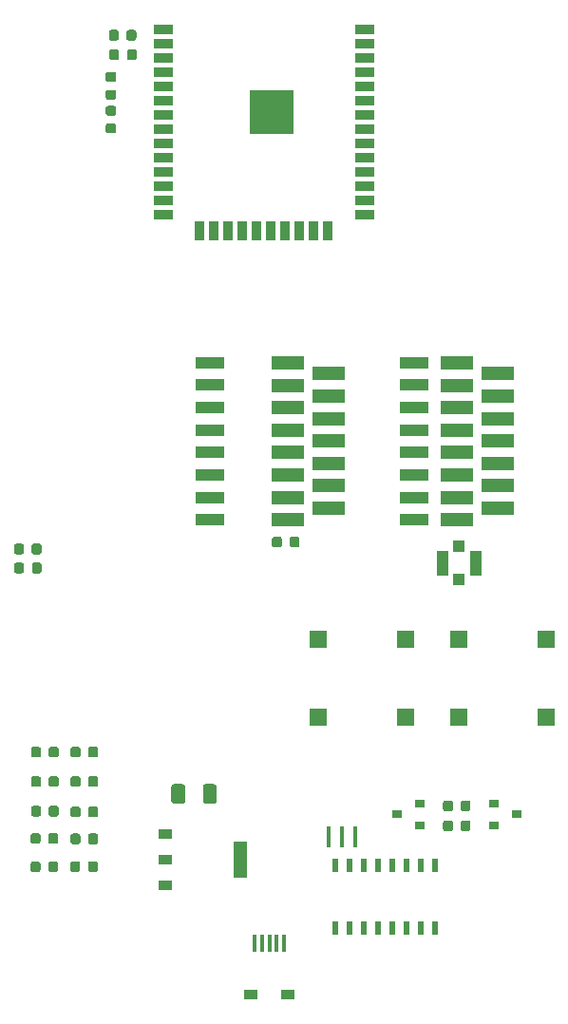
<source format=gtp>
G04 #@! TF.GenerationSoftware,KiCad,Pcbnew,6.0.0-rc1-unknown-a6325aa~66~ubuntu18.04.1*
G04 #@! TF.CreationDate,2018-09-07T01:00:22+02:00*
G04 #@! TF.ProjectId,esp32-gateway,65737033322D676174657761792E6B69,v3*
G04 #@! TF.SameCoordinates,Original*
G04 #@! TF.FileFunction,Paste,Top*
G04 #@! TF.FilePolarity,Positive*
%FSLAX46Y46*%
G04 Gerber Fmt 4.6, Leading zero omitted, Abs format (unit mm)*
G04 Created by KiCad (PCBNEW 6.0.0-rc1-unknown-a6325aa~66~ubuntu18.04.1) date Fri Sep  7 01:00:22 2018*
%MOMM*%
%LPD*%
G01*
G04 APERTURE LIST*
%ADD10C,0.100000*%
%ADD11C,0.875000*%
%ADD12R,1.500000X1.500000*%
%ADD13C,1.250000*%
%ADD14R,1.310000X0.930000*%
%ADD15R,1.310000X3.240000*%
%ADD16R,1.300000X0.900000*%
%ADD17R,0.400000X1.600000*%
%ADD18R,1.000000X1.000000*%
%ADD19R,1.050000X2.200000*%
%ADD20R,4.000000X4.000000*%
%ADD21R,1.700000X0.900000*%
%ADD22R,0.900000X1.700000*%
%ADD23R,0.599440X1.198880*%
%ADD24R,2.999740X1.198880*%
%ADD25R,2.500000X1.000000*%
%ADD26R,0.400000X1.900000*%
%ADD27R,0.900000X0.800000*%
G04 APERTURE END LIST*
D10*
G04 #@! TO.C,R6*
G36*
X127397691Y-137306053D02*
X127418926Y-137309203D01*
X127439750Y-137314419D01*
X127459962Y-137321651D01*
X127479368Y-137330830D01*
X127497781Y-137341866D01*
X127515024Y-137354654D01*
X127530930Y-137369070D01*
X127545346Y-137384976D01*
X127558134Y-137402219D01*
X127569170Y-137420632D01*
X127578349Y-137440038D01*
X127585581Y-137460250D01*
X127590797Y-137481074D01*
X127593947Y-137502309D01*
X127595000Y-137523750D01*
X127595000Y-138036250D01*
X127593947Y-138057691D01*
X127590797Y-138078926D01*
X127585581Y-138099750D01*
X127578349Y-138119962D01*
X127569170Y-138139368D01*
X127558134Y-138157781D01*
X127545346Y-138175024D01*
X127530930Y-138190930D01*
X127515024Y-138205346D01*
X127497781Y-138218134D01*
X127479368Y-138229170D01*
X127459962Y-138238349D01*
X127439750Y-138245581D01*
X127418926Y-138250797D01*
X127397691Y-138253947D01*
X127376250Y-138255000D01*
X126938750Y-138255000D01*
X126917309Y-138253947D01*
X126896074Y-138250797D01*
X126875250Y-138245581D01*
X126855038Y-138238349D01*
X126835632Y-138229170D01*
X126817219Y-138218134D01*
X126799976Y-138205346D01*
X126784070Y-138190930D01*
X126769654Y-138175024D01*
X126756866Y-138157781D01*
X126745830Y-138139368D01*
X126736651Y-138119962D01*
X126729419Y-138099750D01*
X126724203Y-138078926D01*
X126721053Y-138057691D01*
X126720000Y-138036250D01*
X126720000Y-137523750D01*
X126721053Y-137502309D01*
X126724203Y-137481074D01*
X126729419Y-137460250D01*
X126736651Y-137440038D01*
X126745830Y-137420632D01*
X126756866Y-137402219D01*
X126769654Y-137384976D01*
X126784070Y-137369070D01*
X126799976Y-137354654D01*
X126817219Y-137341866D01*
X126835632Y-137330830D01*
X126855038Y-137321651D01*
X126875250Y-137314419D01*
X126896074Y-137309203D01*
X126917309Y-137306053D01*
X126938750Y-137305000D01*
X127376250Y-137305000D01*
X127397691Y-137306053D01*
X127397691Y-137306053D01*
G37*
D11*
X127157500Y-137780000D03*
D10*
G36*
X125822691Y-137306053D02*
X125843926Y-137309203D01*
X125864750Y-137314419D01*
X125884962Y-137321651D01*
X125904368Y-137330830D01*
X125922781Y-137341866D01*
X125940024Y-137354654D01*
X125955930Y-137369070D01*
X125970346Y-137384976D01*
X125983134Y-137402219D01*
X125994170Y-137420632D01*
X126003349Y-137440038D01*
X126010581Y-137460250D01*
X126015797Y-137481074D01*
X126018947Y-137502309D01*
X126020000Y-137523750D01*
X126020000Y-138036250D01*
X126018947Y-138057691D01*
X126015797Y-138078926D01*
X126010581Y-138099750D01*
X126003349Y-138119962D01*
X125994170Y-138139368D01*
X125983134Y-138157781D01*
X125970346Y-138175024D01*
X125955930Y-138190930D01*
X125940024Y-138205346D01*
X125922781Y-138218134D01*
X125904368Y-138229170D01*
X125884962Y-138238349D01*
X125864750Y-138245581D01*
X125843926Y-138250797D01*
X125822691Y-138253947D01*
X125801250Y-138255000D01*
X125363750Y-138255000D01*
X125342309Y-138253947D01*
X125321074Y-138250797D01*
X125300250Y-138245581D01*
X125280038Y-138238349D01*
X125260632Y-138229170D01*
X125242219Y-138218134D01*
X125224976Y-138205346D01*
X125209070Y-138190930D01*
X125194654Y-138175024D01*
X125181866Y-138157781D01*
X125170830Y-138139368D01*
X125161651Y-138119962D01*
X125154419Y-138099750D01*
X125149203Y-138078926D01*
X125146053Y-138057691D01*
X125145000Y-138036250D01*
X125145000Y-137523750D01*
X125146053Y-137502309D01*
X125149203Y-137481074D01*
X125154419Y-137460250D01*
X125161651Y-137440038D01*
X125170830Y-137420632D01*
X125181866Y-137402219D01*
X125194654Y-137384976D01*
X125209070Y-137369070D01*
X125224976Y-137354654D01*
X125242219Y-137341866D01*
X125260632Y-137330830D01*
X125280038Y-137321651D01*
X125300250Y-137314419D01*
X125321074Y-137309203D01*
X125342309Y-137306053D01*
X125363750Y-137305000D01*
X125801250Y-137305000D01*
X125822691Y-137306053D01*
X125822691Y-137306053D01*
G37*
D11*
X125582500Y-137780000D03*
G04 #@! TD*
D10*
G04 #@! TO.C,R1*
G36*
X129032690Y-77161054D02*
X129053925Y-77164204D01*
X129074749Y-77169420D01*
X129094961Y-77176652D01*
X129114367Y-77185831D01*
X129132780Y-77196867D01*
X129150023Y-77209655D01*
X129165929Y-77224071D01*
X129180345Y-77239977D01*
X129193133Y-77257220D01*
X129204169Y-77275633D01*
X129213348Y-77295039D01*
X129220580Y-77315251D01*
X129225796Y-77336075D01*
X129228946Y-77357310D01*
X129229999Y-77378751D01*
X129229999Y-77816251D01*
X129228946Y-77837692D01*
X129225796Y-77858927D01*
X129220580Y-77879751D01*
X129213348Y-77899963D01*
X129204169Y-77919369D01*
X129193133Y-77937782D01*
X129180345Y-77955025D01*
X129165929Y-77970931D01*
X129150023Y-77985347D01*
X129132780Y-77998135D01*
X129114367Y-78009171D01*
X129094961Y-78018350D01*
X129074749Y-78025582D01*
X129053925Y-78030798D01*
X129032690Y-78033948D01*
X129011249Y-78035001D01*
X128498749Y-78035001D01*
X128477308Y-78033948D01*
X128456073Y-78030798D01*
X128435249Y-78025582D01*
X128415037Y-78018350D01*
X128395631Y-78009171D01*
X128377218Y-77998135D01*
X128359975Y-77985347D01*
X128344069Y-77970931D01*
X128329653Y-77955025D01*
X128316865Y-77937782D01*
X128305829Y-77919369D01*
X128296650Y-77899963D01*
X128289418Y-77879751D01*
X128284202Y-77858927D01*
X128281052Y-77837692D01*
X128279999Y-77816251D01*
X128279999Y-77378751D01*
X128281052Y-77357310D01*
X128284202Y-77336075D01*
X128289418Y-77315251D01*
X128296650Y-77295039D01*
X128305829Y-77275633D01*
X128316865Y-77257220D01*
X128329653Y-77239977D01*
X128344069Y-77224071D01*
X128359975Y-77209655D01*
X128377218Y-77196867D01*
X128395631Y-77185831D01*
X128415037Y-77176652D01*
X128435249Y-77169420D01*
X128456073Y-77164204D01*
X128477308Y-77161054D01*
X128498749Y-77160001D01*
X129011249Y-77160001D01*
X129032690Y-77161054D01*
X129032690Y-77161054D01*
G37*
D11*
X128754999Y-77597501D03*
D10*
G36*
X129032690Y-78736054D02*
X129053925Y-78739204D01*
X129074749Y-78744420D01*
X129094961Y-78751652D01*
X129114367Y-78760831D01*
X129132780Y-78771867D01*
X129150023Y-78784655D01*
X129165929Y-78799071D01*
X129180345Y-78814977D01*
X129193133Y-78832220D01*
X129204169Y-78850633D01*
X129213348Y-78870039D01*
X129220580Y-78890251D01*
X129225796Y-78911075D01*
X129228946Y-78932310D01*
X129229999Y-78953751D01*
X129229999Y-79391251D01*
X129228946Y-79412692D01*
X129225796Y-79433927D01*
X129220580Y-79454751D01*
X129213348Y-79474963D01*
X129204169Y-79494369D01*
X129193133Y-79512782D01*
X129180345Y-79530025D01*
X129165929Y-79545931D01*
X129150023Y-79560347D01*
X129132780Y-79573135D01*
X129114367Y-79584171D01*
X129094961Y-79593350D01*
X129074749Y-79600582D01*
X129053925Y-79605798D01*
X129032690Y-79608948D01*
X129011249Y-79610001D01*
X128498749Y-79610001D01*
X128477308Y-79608948D01*
X128456073Y-79605798D01*
X128435249Y-79600582D01*
X128415037Y-79593350D01*
X128395631Y-79584171D01*
X128377218Y-79573135D01*
X128359975Y-79560347D01*
X128344069Y-79545931D01*
X128329653Y-79530025D01*
X128316865Y-79512782D01*
X128305829Y-79494369D01*
X128296650Y-79474963D01*
X128289418Y-79454751D01*
X128284202Y-79433927D01*
X128281052Y-79412692D01*
X128279999Y-79391251D01*
X128279999Y-78953751D01*
X128281052Y-78932310D01*
X128284202Y-78911075D01*
X128289418Y-78890251D01*
X128296650Y-78870039D01*
X128305829Y-78850633D01*
X128316865Y-78832220D01*
X128329653Y-78814977D01*
X128344069Y-78799071D01*
X128359975Y-78784655D01*
X128377218Y-78771867D01*
X128395631Y-78760831D01*
X128415037Y-78751652D01*
X128435249Y-78744420D01*
X128456073Y-78739204D01*
X128477308Y-78736054D01*
X128498749Y-78735001D01*
X129011249Y-78735001D01*
X129032690Y-78736054D01*
X129032690Y-78736054D01*
G37*
D11*
X128754999Y-79172501D03*
G04 #@! TD*
D10*
G04 #@! TO.C,R2*
G36*
X127378166Y-147489713D02*
X127399401Y-147492863D01*
X127420225Y-147498079D01*
X127440437Y-147505311D01*
X127459843Y-147514490D01*
X127478256Y-147525526D01*
X127495499Y-147538314D01*
X127511405Y-147552730D01*
X127525821Y-147568636D01*
X127538609Y-147585879D01*
X127549645Y-147604292D01*
X127558824Y-147623698D01*
X127566056Y-147643910D01*
X127571272Y-147664734D01*
X127574422Y-147685969D01*
X127575475Y-147707410D01*
X127575475Y-148219910D01*
X127574422Y-148241351D01*
X127571272Y-148262586D01*
X127566056Y-148283410D01*
X127558824Y-148303622D01*
X127549645Y-148323028D01*
X127538609Y-148341441D01*
X127525821Y-148358684D01*
X127511405Y-148374590D01*
X127495499Y-148389006D01*
X127478256Y-148401794D01*
X127459843Y-148412830D01*
X127440437Y-148422009D01*
X127420225Y-148429241D01*
X127399401Y-148434457D01*
X127378166Y-148437607D01*
X127356725Y-148438660D01*
X126919225Y-148438660D01*
X126897784Y-148437607D01*
X126876549Y-148434457D01*
X126855725Y-148429241D01*
X126835513Y-148422009D01*
X126816107Y-148412830D01*
X126797694Y-148401794D01*
X126780451Y-148389006D01*
X126764545Y-148374590D01*
X126750129Y-148358684D01*
X126737341Y-148341441D01*
X126726305Y-148323028D01*
X126717126Y-148303622D01*
X126709894Y-148283410D01*
X126704678Y-148262586D01*
X126701528Y-148241351D01*
X126700475Y-148219910D01*
X126700475Y-147707410D01*
X126701528Y-147685969D01*
X126704678Y-147664734D01*
X126709894Y-147643910D01*
X126717126Y-147623698D01*
X126726305Y-147604292D01*
X126737341Y-147585879D01*
X126750129Y-147568636D01*
X126764545Y-147552730D01*
X126780451Y-147538314D01*
X126797694Y-147525526D01*
X126816107Y-147514490D01*
X126835513Y-147505311D01*
X126855725Y-147498079D01*
X126876549Y-147492863D01*
X126897784Y-147489713D01*
X126919225Y-147488660D01*
X127356725Y-147488660D01*
X127378166Y-147489713D01*
X127378166Y-147489713D01*
G37*
D11*
X127137975Y-147963660D03*
D10*
G36*
X125803166Y-147489713D02*
X125824401Y-147492863D01*
X125845225Y-147498079D01*
X125865437Y-147505311D01*
X125884843Y-147514490D01*
X125903256Y-147525526D01*
X125920499Y-147538314D01*
X125936405Y-147552730D01*
X125950821Y-147568636D01*
X125963609Y-147585879D01*
X125974645Y-147604292D01*
X125983824Y-147623698D01*
X125991056Y-147643910D01*
X125996272Y-147664734D01*
X125999422Y-147685969D01*
X126000475Y-147707410D01*
X126000475Y-148219910D01*
X125999422Y-148241351D01*
X125996272Y-148262586D01*
X125991056Y-148283410D01*
X125983824Y-148303622D01*
X125974645Y-148323028D01*
X125963609Y-148341441D01*
X125950821Y-148358684D01*
X125936405Y-148374590D01*
X125920499Y-148389006D01*
X125903256Y-148401794D01*
X125884843Y-148412830D01*
X125865437Y-148422009D01*
X125845225Y-148429241D01*
X125824401Y-148434457D01*
X125803166Y-148437607D01*
X125781725Y-148438660D01*
X125344225Y-148438660D01*
X125322784Y-148437607D01*
X125301549Y-148434457D01*
X125280725Y-148429241D01*
X125260513Y-148422009D01*
X125241107Y-148412830D01*
X125222694Y-148401794D01*
X125205451Y-148389006D01*
X125189545Y-148374590D01*
X125175129Y-148358684D01*
X125162341Y-148341441D01*
X125151305Y-148323028D01*
X125142126Y-148303622D01*
X125134894Y-148283410D01*
X125129678Y-148262586D01*
X125126528Y-148241351D01*
X125125475Y-148219910D01*
X125125475Y-147707410D01*
X125126528Y-147685969D01*
X125129678Y-147664734D01*
X125134894Y-147643910D01*
X125142126Y-147623698D01*
X125151305Y-147604292D01*
X125162341Y-147585879D01*
X125175129Y-147568636D01*
X125189545Y-147552730D01*
X125205451Y-147538314D01*
X125222694Y-147525526D01*
X125241107Y-147514490D01*
X125260513Y-147505311D01*
X125280725Y-147498079D01*
X125301549Y-147492863D01*
X125322784Y-147489713D01*
X125344225Y-147488660D01*
X125781725Y-147488660D01*
X125803166Y-147489713D01*
X125803166Y-147489713D01*
G37*
D11*
X125562975Y-147963660D03*
G04 #@! TD*
D10*
G04 #@! TO.C,R3*
G36*
X125823166Y-145029713D02*
X125844401Y-145032863D01*
X125865225Y-145038079D01*
X125885437Y-145045311D01*
X125904843Y-145054490D01*
X125923256Y-145065526D01*
X125940499Y-145078314D01*
X125956405Y-145092730D01*
X125970821Y-145108636D01*
X125983609Y-145125879D01*
X125994645Y-145144292D01*
X126003824Y-145163698D01*
X126011056Y-145183910D01*
X126016272Y-145204734D01*
X126019422Y-145225969D01*
X126020475Y-145247410D01*
X126020475Y-145759910D01*
X126019422Y-145781351D01*
X126016272Y-145802586D01*
X126011056Y-145823410D01*
X126003824Y-145843622D01*
X125994645Y-145863028D01*
X125983609Y-145881441D01*
X125970821Y-145898684D01*
X125956405Y-145914590D01*
X125940499Y-145929006D01*
X125923256Y-145941794D01*
X125904843Y-145952830D01*
X125885437Y-145962009D01*
X125865225Y-145969241D01*
X125844401Y-145974457D01*
X125823166Y-145977607D01*
X125801725Y-145978660D01*
X125364225Y-145978660D01*
X125342784Y-145977607D01*
X125321549Y-145974457D01*
X125300725Y-145969241D01*
X125280513Y-145962009D01*
X125261107Y-145952830D01*
X125242694Y-145941794D01*
X125225451Y-145929006D01*
X125209545Y-145914590D01*
X125195129Y-145898684D01*
X125182341Y-145881441D01*
X125171305Y-145863028D01*
X125162126Y-145843622D01*
X125154894Y-145823410D01*
X125149678Y-145802586D01*
X125146528Y-145781351D01*
X125145475Y-145759910D01*
X125145475Y-145247410D01*
X125146528Y-145225969D01*
X125149678Y-145204734D01*
X125154894Y-145183910D01*
X125162126Y-145163698D01*
X125171305Y-145144292D01*
X125182341Y-145125879D01*
X125195129Y-145108636D01*
X125209545Y-145092730D01*
X125225451Y-145078314D01*
X125242694Y-145065526D01*
X125261107Y-145054490D01*
X125280513Y-145045311D01*
X125300725Y-145038079D01*
X125321549Y-145032863D01*
X125342784Y-145029713D01*
X125364225Y-145028660D01*
X125801725Y-145028660D01*
X125823166Y-145029713D01*
X125823166Y-145029713D01*
G37*
D11*
X125582975Y-145503660D03*
D10*
G36*
X127398166Y-145029713D02*
X127419401Y-145032863D01*
X127440225Y-145038079D01*
X127460437Y-145045311D01*
X127479843Y-145054490D01*
X127498256Y-145065526D01*
X127515499Y-145078314D01*
X127531405Y-145092730D01*
X127545821Y-145108636D01*
X127558609Y-145125879D01*
X127569645Y-145144292D01*
X127578824Y-145163698D01*
X127586056Y-145183910D01*
X127591272Y-145204734D01*
X127594422Y-145225969D01*
X127595475Y-145247410D01*
X127595475Y-145759910D01*
X127594422Y-145781351D01*
X127591272Y-145802586D01*
X127586056Y-145823410D01*
X127578824Y-145843622D01*
X127569645Y-145863028D01*
X127558609Y-145881441D01*
X127545821Y-145898684D01*
X127531405Y-145914590D01*
X127515499Y-145929006D01*
X127498256Y-145941794D01*
X127479843Y-145952830D01*
X127460437Y-145962009D01*
X127440225Y-145969241D01*
X127419401Y-145974457D01*
X127398166Y-145977607D01*
X127376725Y-145978660D01*
X126939225Y-145978660D01*
X126917784Y-145977607D01*
X126896549Y-145974457D01*
X126875725Y-145969241D01*
X126855513Y-145962009D01*
X126836107Y-145952830D01*
X126817694Y-145941794D01*
X126800451Y-145929006D01*
X126784545Y-145914590D01*
X126770129Y-145898684D01*
X126757341Y-145881441D01*
X126746305Y-145863028D01*
X126737126Y-145843622D01*
X126729894Y-145823410D01*
X126724678Y-145802586D01*
X126721528Y-145781351D01*
X126720475Y-145759910D01*
X126720475Y-145247410D01*
X126721528Y-145225969D01*
X126724678Y-145204734D01*
X126729894Y-145183910D01*
X126737126Y-145163698D01*
X126746305Y-145144292D01*
X126757341Y-145125879D01*
X126770129Y-145108636D01*
X126784545Y-145092730D01*
X126800451Y-145078314D01*
X126817694Y-145065526D01*
X126836107Y-145054490D01*
X126855513Y-145045311D01*
X126875725Y-145038079D01*
X126896549Y-145032863D01*
X126917784Y-145029713D01*
X126939225Y-145028660D01*
X127376725Y-145028660D01*
X127398166Y-145029713D01*
X127398166Y-145029713D01*
G37*
D11*
X127157975Y-145503660D03*
G04 #@! TD*
D10*
G04 #@! TO.C,R4*
G36*
X127398166Y-142629713D02*
X127419401Y-142632863D01*
X127440225Y-142638079D01*
X127460437Y-142645311D01*
X127479843Y-142654490D01*
X127498256Y-142665526D01*
X127515499Y-142678314D01*
X127531405Y-142692730D01*
X127545821Y-142708636D01*
X127558609Y-142725879D01*
X127569645Y-142744292D01*
X127578824Y-142763698D01*
X127586056Y-142783910D01*
X127591272Y-142804734D01*
X127594422Y-142825969D01*
X127595475Y-142847410D01*
X127595475Y-143359910D01*
X127594422Y-143381351D01*
X127591272Y-143402586D01*
X127586056Y-143423410D01*
X127578824Y-143443622D01*
X127569645Y-143463028D01*
X127558609Y-143481441D01*
X127545821Y-143498684D01*
X127531405Y-143514590D01*
X127515499Y-143529006D01*
X127498256Y-143541794D01*
X127479843Y-143552830D01*
X127460437Y-143562009D01*
X127440225Y-143569241D01*
X127419401Y-143574457D01*
X127398166Y-143577607D01*
X127376725Y-143578660D01*
X126939225Y-143578660D01*
X126917784Y-143577607D01*
X126896549Y-143574457D01*
X126875725Y-143569241D01*
X126855513Y-143562009D01*
X126836107Y-143552830D01*
X126817694Y-143541794D01*
X126800451Y-143529006D01*
X126784545Y-143514590D01*
X126770129Y-143498684D01*
X126757341Y-143481441D01*
X126746305Y-143463028D01*
X126737126Y-143443622D01*
X126729894Y-143423410D01*
X126724678Y-143402586D01*
X126721528Y-143381351D01*
X126720475Y-143359910D01*
X126720475Y-142847410D01*
X126721528Y-142825969D01*
X126724678Y-142804734D01*
X126729894Y-142783910D01*
X126737126Y-142763698D01*
X126746305Y-142744292D01*
X126757341Y-142725879D01*
X126770129Y-142708636D01*
X126784545Y-142692730D01*
X126800451Y-142678314D01*
X126817694Y-142665526D01*
X126836107Y-142654490D01*
X126855513Y-142645311D01*
X126875725Y-142638079D01*
X126896549Y-142632863D01*
X126917784Y-142629713D01*
X126939225Y-142628660D01*
X127376725Y-142628660D01*
X127398166Y-142629713D01*
X127398166Y-142629713D01*
G37*
D11*
X127157975Y-143103660D03*
D10*
G36*
X125823166Y-142629713D02*
X125844401Y-142632863D01*
X125865225Y-142638079D01*
X125885437Y-142645311D01*
X125904843Y-142654490D01*
X125923256Y-142665526D01*
X125940499Y-142678314D01*
X125956405Y-142692730D01*
X125970821Y-142708636D01*
X125983609Y-142725879D01*
X125994645Y-142744292D01*
X126003824Y-142763698D01*
X126011056Y-142783910D01*
X126016272Y-142804734D01*
X126019422Y-142825969D01*
X126020475Y-142847410D01*
X126020475Y-143359910D01*
X126019422Y-143381351D01*
X126016272Y-143402586D01*
X126011056Y-143423410D01*
X126003824Y-143443622D01*
X125994645Y-143463028D01*
X125983609Y-143481441D01*
X125970821Y-143498684D01*
X125956405Y-143514590D01*
X125940499Y-143529006D01*
X125923256Y-143541794D01*
X125904843Y-143552830D01*
X125885437Y-143562009D01*
X125865225Y-143569241D01*
X125844401Y-143574457D01*
X125823166Y-143577607D01*
X125801725Y-143578660D01*
X125364225Y-143578660D01*
X125342784Y-143577607D01*
X125321549Y-143574457D01*
X125300725Y-143569241D01*
X125280513Y-143562009D01*
X125261107Y-143552830D01*
X125242694Y-143541794D01*
X125225451Y-143529006D01*
X125209545Y-143514590D01*
X125195129Y-143498684D01*
X125182341Y-143481441D01*
X125171305Y-143463028D01*
X125162126Y-143443622D01*
X125154894Y-143423410D01*
X125149678Y-143402586D01*
X125146528Y-143381351D01*
X125145475Y-143359910D01*
X125145475Y-142847410D01*
X125146528Y-142825969D01*
X125149678Y-142804734D01*
X125154894Y-142783910D01*
X125162126Y-142763698D01*
X125171305Y-142744292D01*
X125182341Y-142725879D01*
X125195129Y-142708636D01*
X125209545Y-142692730D01*
X125225451Y-142678314D01*
X125242694Y-142665526D01*
X125261107Y-142654490D01*
X125280513Y-142645311D01*
X125300725Y-142638079D01*
X125321549Y-142632863D01*
X125342784Y-142629713D01*
X125364225Y-142628660D01*
X125801725Y-142628660D01*
X125823166Y-142629713D01*
X125823166Y-142629713D01*
G37*
D11*
X125582975Y-143103660D03*
G04 #@! TD*
D10*
G04 #@! TO.C,R5*
G36*
X125823166Y-139929713D02*
X125844401Y-139932863D01*
X125865225Y-139938079D01*
X125885437Y-139945311D01*
X125904843Y-139954490D01*
X125923256Y-139965526D01*
X125940499Y-139978314D01*
X125956405Y-139992730D01*
X125970821Y-140008636D01*
X125983609Y-140025879D01*
X125994645Y-140044292D01*
X126003824Y-140063698D01*
X126011056Y-140083910D01*
X126016272Y-140104734D01*
X126019422Y-140125969D01*
X126020475Y-140147410D01*
X126020475Y-140659910D01*
X126019422Y-140681351D01*
X126016272Y-140702586D01*
X126011056Y-140723410D01*
X126003824Y-140743622D01*
X125994645Y-140763028D01*
X125983609Y-140781441D01*
X125970821Y-140798684D01*
X125956405Y-140814590D01*
X125940499Y-140829006D01*
X125923256Y-140841794D01*
X125904843Y-140852830D01*
X125885437Y-140862009D01*
X125865225Y-140869241D01*
X125844401Y-140874457D01*
X125823166Y-140877607D01*
X125801725Y-140878660D01*
X125364225Y-140878660D01*
X125342784Y-140877607D01*
X125321549Y-140874457D01*
X125300725Y-140869241D01*
X125280513Y-140862009D01*
X125261107Y-140852830D01*
X125242694Y-140841794D01*
X125225451Y-140829006D01*
X125209545Y-140814590D01*
X125195129Y-140798684D01*
X125182341Y-140781441D01*
X125171305Y-140763028D01*
X125162126Y-140743622D01*
X125154894Y-140723410D01*
X125149678Y-140702586D01*
X125146528Y-140681351D01*
X125145475Y-140659910D01*
X125145475Y-140147410D01*
X125146528Y-140125969D01*
X125149678Y-140104734D01*
X125154894Y-140083910D01*
X125162126Y-140063698D01*
X125171305Y-140044292D01*
X125182341Y-140025879D01*
X125195129Y-140008636D01*
X125209545Y-139992730D01*
X125225451Y-139978314D01*
X125242694Y-139965526D01*
X125261107Y-139954490D01*
X125280513Y-139945311D01*
X125300725Y-139938079D01*
X125321549Y-139932863D01*
X125342784Y-139929713D01*
X125364225Y-139928660D01*
X125801725Y-139928660D01*
X125823166Y-139929713D01*
X125823166Y-139929713D01*
G37*
D11*
X125582975Y-140403660D03*
D10*
G36*
X127398166Y-139929713D02*
X127419401Y-139932863D01*
X127440225Y-139938079D01*
X127460437Y-139945311D01*
X127479843Y-139954490D01*
X127498256Y-139965526D01*
X127515499Y-139978314D01*
X127531405Y-139992730D01*
X127545821Y-140008636D01*
X127558609Y-140025879D01*
X127569645Y-140044292D01*
X127578824Y-140063698D01*
X127586056Y-140083910D01*
X127591272Y-140104734D01*
X127594422Y-140125969D01*
X127595475Y-140147410D01*
X127595475Y-140659910D01*
X127594422Y-140681351D01*
X127591272Y-140702586D01*
X127586056Y-140723410D01*
X127578824Y-140743622D01*
X127569645Y-140763028D01*
X127558609Y-140781441D01*
X127545821Y-140798684D01*
X127531405Y-140814590D01*
X127515499Y-140829006D01*
X127498256Y-140841794D01*
X127479843Y-140852830D01*
X127460437Y-140862009D01*
X127440225Y-140869241D01*
X127419401Y-140874457D01*
X127398166Y-140877607D01*
X127376725Y-140878660D01*
X126939225Y-140878660D01*
X126917784Y-140877607D01*
X126896549Y-140874457D01*
X126875725Y-140869241D01*
X126855513Y-140862009D01*
X126836107Y-140852830D01*
X126817694Y-140841794D01*
X126800451Y-140829006D01*
X126784545Y-140814590D01*
X126770129Y-140798684D01*
X126757341Y-140781441D01*
X126746305Y-140763028D01*
X126737126Y-140743622D01*
X126729894Y-140723410D01*
X126724678Y-140702586D01*
X126721528Y-140681351D01*
X126720475Y-140659910D01*
X126720475Y-140147410D01*
X126721528Y-140125969D01*
X126724678Y-140104734D01*
X126729894Y-140083910D01*
X126737126Y-140063698D01*
X126746305Y-140044292D01*
X126757341Y-140025879D01*
X126770129Y-140008636D01*
X126784545Y-139992730D01*
X126800451Y-139978314D01*
X126817694Y-139965526D01*
X126836107Y-139954490D01*
X126855513Y-139945311D01*
X126875725Y-139938079D01*
X126896549Y-139932863D01*
X126917784Y-139929713D01*
X126939225Y-139928660D01*
X127376725Y-139928660D01*
X127398166Y-139929713D01*
X127398166Y-139929713D01*
G37*
D11*
X127157975Y-140403660D03*
G04 #@! TD*
D10*
G04 #@! TO.C,R7*
G36*
X159028051Y-142086026D02*
X159049286Y-142089176D01*
X159070110Y-142094392D01*
X159090322Y-142101624D01*
X159109728Y-142110803D01*
X159128141Y-142121839D01*
X159145384Y-142134627D01*
X159161290Y-142149043D01*
X159175706Y-142164949D01*
X159188494Y-142182192D01*
X159199530Y-142200605D01*
X159208709Y-142220011D01*
X159215941Y-142240223D01*
X159221157Y-142261047D01*
X159224307Y-142282282D01*
X159225360Y-142303723D01*
X159225360Y-142816223D01*
X159224307Y-142837664D01*
X159221157Y-142858899D01*
X159215941Y-142879723D01*
X159208709Y-142899935D01*
X159199530Y-142919341D01*
X159188494Y-142937754D01*
X159175706Y-142954997D01*
X159161290Y-142970903D01*
X159145384Y-142985319D01*
X159128141Y-142998107D01*
X159109728Y-143009143D01*
X159090322Y-143018322D01*
X159070110Y-143025554D01*
X159049286Y-143030770D01*
X159028051Y-143033920D01*
X159006610Y-143034973D01*
X158569110Y-143034973D01*
X158547669Y-143033920D01*
X158526434Y-143030770D01*
X158505610Y-143025554D01*
X158485398Y-143018322D01*
X158465992Y-143009143D01*
X158447579Y-142998107D01*
X158430336Y-142985319D01*
X158414430Y-142970903D01*
X158400014Y-142954997D01*
X158387226Y-142937754D01*
X158376190Y-142919341D01*
X158367011Y-142899935D01*
X158359779Y-142879723D01*
X158354563Y-142858899D01*
X158351413Y-142837664D01*
X158350360Y-142816223D01*
X158350360Y-142303723D01*
X158351413Y-142282282D01*
X158354563Y-142261047D01*
X158359779Y-142240223D01*
X158367011Y-142220011D01*
X158376190Y-142200605D01*
X158387226Y-142182192D01*
X158400014Y-142164949D01*
X158414430Y-142149043D01*
X158430336Y-142134627D01*
X158447579Y-142121839D01*
X158465992Y-142110803D01*
X158485398Y-142101624D01*
X158505610Y-142094392D01*
X158526434Y-142089176D01*
X158547669Y-142086026D01*
X158569110Y-142084973D01*
X159006610Y-142084973D01*
X159028051Y-142086026D01*
X159028051Y-142086026D01*
G37*
D11*
X158787860Y-142559973D03*
D10*
G36*
X160603051Y-142086026D02*
X160624286Y-142089176D01*
X160645110Y-142094392D01*
X160665322Y-142101624D01*
X160684728Y-142110803D01*
X160703141Y-142121839D01*
X160720384Y-142134627D01*
X160736290Y-142149043D01*
X160750706Y-142164949D01*
X160763494Y-142182192D01*
X160774530Y-142200605D01*
X160783709Y-142220011D01*
X160790941Y-142240223D01*
X160796157Y-142261047D01*
X160799307Y-142282282D01*
X160800360Y-142303723D01*
X160800360Y-142816223D01*
X160799307Y-142837664D01*
X160796157Y-142858899D01*
X160790941Y-142879723D01*
X160783709Y-142899935D01*
X160774530Y-142919341D01*
X160763494Y-142937754D01*
X160750706Y-142954997D01*
X160736290Y-142970903D01*
X160720384Y-142985319D01*
X160703141Y-142998107D01*
X160684728Y-143009143D01*
X160665322Y-143018322D01*
X160645110Y-143025554D01*
X160624286Y-143030770D01*
X160603051Y-143033920D01*
X160581610Y-143034973D01*
X160144110Y-143034973D01*
X160122669Y-143033920D01*
X160101434Y-143030770D01*
X160080610Y-143025554D01*
X160060398Y-143018322D01*
X160040992Y-143009143D01*
X160022579Y-142998107D01*
X160005336Y-142985319D01*
X159989430Y-142970903D01*
X159975014Y-142954997D01*
X159962226Y-142937754D01*
X159951190Y-142919341D01*
X159942011Y-142899935D01*
X159934779Y-142879723D01*
X159929563Y-142858899D01*
X159926413Y-142837664D01*
X159925360Y-142816223D01*
X159925360Y-142303723D01*
X159926413Y-142282282D01*
X159929563Y-142261047D01*
X159934779Y-142240223D01*
X159942011Y-142220011D01*
X159951190Y-142200605D01*
X159962226Y-142182192D01*
X159975014Y-142164949D01*
X159989430Y-142149043D01*
X160005336Y-142134627D01*
X160022579Y-142121839D01*
X160040992Y-142110803D01*
X160060398Y-142101624D01*
X160080610Y-142094392D01*
X160101434Y-142089176D01*
X160122669Y-142086026D01*
X160144110Y-142084973D01*
X160581610Y-142084973D01*
X160603051Y-142086026D01*
X160603051Y-142086026D01*
G37*
D11*
X160362860Y-142559973D03*
G04 #@! TD*
D10*
G04 #@! TO.C,R8*
G36*
X159028051Y-143864026D02*
X159049286Y-143867176D01*
X159070110Y-143872392D01*
X159090322Y-143879624D01*
X159109728Y-143888803D01*
X159128141Y-143899839D01*
X159145384Y-143912627D01*
X159161290Y-143927043D01*
X159175706Y-143942949D01*
X159188494Y-143960192D01*
X159199530Y-143978605D01*
X159208709Y-143998011D01*
X159215941Y-144018223D01*
X159221157Y-144039047D01*
X159224307Y-144060282D01*
X159225360Y-144081723D01*
X159225360Y-144594223D01*
X159224307Y-144615664D01*
X159221157Y-144636899D01*
X159215941Y-144657723D01*
X159208709Y-144677935D01*
X159199530Y-144697341D01*
X159188494Y-144715754D01*
X159175706Y-144732997D01*
X159161290Y-144748903D01*
X159145384Y-144763319D01*
X159128141Y-144776107D01*
X159109728Y-144787143D01*
X159090322Y-144796322D01*
X159070110Y-144803554D01*
X159049286Y-144808770D01*
X159028051Y-144811920D01*
X159006610Y-144812973D01*
X158569110Y-144812973D01*
X158547669Y-144811920D01*
X158526434Y-144808770D01*
X158505610Y-144803554D01*
X158485398Y-144796322D01*
X158465992Y-144787143D01*
X158447579Y-144776107D01*
X158430336Y-144763319D01*
X158414430Y-144748903D01*
X158400014Y-144732997D01*
X158387226Y-144715754D01*
X158376190Y-144697341D01*
X158367011Y-144677935D01*
X158359779Y-144657723D01*
X158354563Y-144636899D01*
X158351413Y-144615664D01*
X158350360Y-144594223D01*
X158350360Y-144081723D01*
X158351413Y-144060282D01*
X158354563Y-144039047D01*
X158359779Y-144018223D01*
X158367011Y-143998011D01*
X158376190Y-143978605D01*
X158387226Y-143960192D01*
X158400014Y-143942949D01*
X158414430Y-143927043D01*
X158430336Y-143912627D01*
X158447579Y-143899839D01*
X158465992Y-143888803D01*
X158485398Y-143879624D01*
X158505610Y-143872392D01*
X158526434Y-143867176D01*
X158547669Y-143864026D01*
X158569110Y-143862973D01*
X159006610Y-143862973D01*
X159028051Y-143864026D01*
X159028051Y-143864026D01*
G37*
D11*
X158787860Y-144337973D03*
D10*
G36*
X160603051Y-143864026D02*
X160624286Y-143867176D01*
X160645110Y-143872392D01*
X160665322Y-143879624D01*
X160684728Y-143888803D01*
X160703141Y-143899839D01*
X160720384Y-143912627D01*
X160736290Y-143927043D01*
X160750706Y-143942949D01*
X160763494Y-143960192D01*
X160774530Y-143978605D01*
X160783709Y-143998011D01*
X160790941Y-144018223D01*
X160796157Y-144039047D01*
X160799307Y-144060282D01*
X160800360Y-144081723D01*
X160800360Y-144594223D01*
X160799307Y-144615664D01*
X160796157Y-144636899D01*
X160790941Y-144657723D01*
X160783709Y-144677935D01*
X160774530Y-144697341D01*
X160763494Y-144715754D01*
X160750706Y-144732997D01*
X160736290Y-144748903D01*
X160720384Y-144763319D01*
X160703141Y-144776107D01*
X160684728Y-144787143D01*
X160665322Y-144796322D01*
X160645110Y-144803554D01*
X160624286Y-144808770D01*
X160603051Y-144811920D01*
X160581610Y-144812973D01*
X160144110Y-144812973D01*
X160122669Y-144811920D01*
X160101434Y-144808770D01*
X160080610Y-144803554D01*
X160060398Y-144796322D01*
X160040992Y-144787143D01*
X160022579Y-144776107D01*
X160005336Y-144763319D01*
X159989430Y-144748903D01*
X159975014Y-144732997D01*
X159962226Y-144715754D01*
X159951190Y-144697341D01*
X159942011Y-144677935D01*
X159934779Y-144657723D01*
X159929563Y-144636899D01*
X159926413Y-144615664D01*
X159925360Y-144594223D01*
X159925360Y-144081723D01*
X159926413Y-144060282D01*
X159929563Y-144039047D01*
X159934779Y-144018223D01*
X159942011Y-143998011D01*
X159951190Y-143978605D01*
X159962226Y-143960192D01*
X159975014Y-143942949D01*
X159989430Y-143927043D01*
X160005336Y-143912627D01*
X160022579Y-143899839D01*
X160040992Y-143888803D01*
X160060398Y-143879624D01*
X160080610Y-143872392D01*
X160101434Y-143867176D01*
X160122669Y-143864026D01*
X160144110Y-143862973D01*
X160581610Y-143862973D01*
X160603051Y-143864026D01*
X160603051Y-143864026D01*
G37*
D11*
X160362860Y-144337973D03*
G04 #@! TD*
D10*
G04 #@! TO.C,D4*
G36*
X123878166Y-139929713D02*
X123899401Y-139932863D01*
X123920225Y-139938079D01*
X123940437Y-139945311D01*
X123959843Y-139954490D01*
X123978256Y-139965526D01*
X123995499Y-139978314D01*
X124011405Y-139992730D01*
X124025821Y-140008636D01*
X124038609Y-140025879D01*
X124049645Y-140044292D01*
X124058824Y-140063698D01*
X124066056Y-140083910D01*
X124071272Y-140104734D01*
X124074422Y-140125969D01*
X124075475Y-140147410D01*
X124075475Y-140659910D01*
X124074422Y-140681351D01*
X124071272Y-140702586D01*
X124066056Y-140723410D01*
X124058824Y-140743622D01*
X124049645Y-140763028D01*
X124038609Y-140781441D01*
X124025821Y-140798684D01*
X124011405Y-140814590D01*
X123995499Y-140829006D01*
X123978256Y-140841794D01*
X123959843Y-140852830D01*
X123940437Y-140862009D01*
X123920225Y-140869241D01*
X123899401Y-140874457D01*
X123878166Y-140877607D01*
X123856725Y-140878660D01*
X123419225Y-140878660D01*
X123397784Y-140877607D01*
X123376549Y-140874457D01*
X123355725Y-140869241D01*
X123335513Y-140862009D01*
X123316107Y-140852830D01*
X123297694Y-140841794D01*
X123280451Y-140829006D01*
X123264545Y-140814590D01*
X123250129Y-140798684D01*
X123237341Y-140781441D01*
X123226305Y-140763028D01*
X123217126Y-140743622D01*
X123209894Y-140723410D01*
X123204678Y-140702586D01*
X123201528Y-140681351D01*
X123200475Y-140659910D01*
X123200475Y-140147410D01*
X123201528Y-140125969D01*
X123204678Y-140104734D01*
X123209894Y-140083910D01*
X123217126Y-140063698D01*
X123226305Y-140044292D01*
X123237341Y-140025879D01*
X123250129Y-140008636D01*
X123264545Y-139992730D01*
X123280451Y-139978314D01*
X123297694Y-139965526D01*
X123316107Y-139954490D01*
X123335513Y-139945311D01*
X123355725Y-139938079D01*
X123376549Y-139932863D01*
X123397784Y-139929713D01*
X123419225Y-139928660D01*
X123856725Y-139928660D01*
X123878166Y-139929713D01*
X123878166Y-139929713D01*
G37*
D11*
X123637975Y-140403660D03*
D10*
G36*
X122303166Y-139929713D02*
X122324401Y-139932863D01*
X122345225Y-139938079D01*
X122365437Y-139945311D01*
X122384843Y-139954490D01*
X122403256Y-139965526D01*
X122420499Y-139978314D01*
X122436405Y-139992730D01*
X122450821Y-140008636D01*
X122463609Y-140025879D01*
X122474645Y-140044292D01*
X122483824Y-140063698D01*
X122491056Y-140083910D01*
X122496272Y-140104734D01*
X122499422Y-140125969D01*
X122500475Y-140147410D01*
X122500475Y-140659910D01*
X122499422Y-140681351D01*
X122496272Y-140702586D01*
X122491056Y-140723410D01*
X122483824Y-140743622D01*
X122474645Y-140763028D01*
X122463609Y-140781441D01*
X122450821Y-140798684D01*
X122436405Y-140814590D01*
X122420499Y-140829006D01*
X122403256Y-140841794D01*
X122384843Y-140852830D01*
X122365437Y-140862009D01*
X122345225Y-140869241D01*
X122324401Y-140874457D01*
X122303166Y-140877607D01*
X122281725Y-140878660D01*
X121844225Y-140878660D01*
X121822784Y-140877607D01*
X121801549Y-140874457D01*
X121780725Y-140869241D01*
X121760513Y-140862009D01*
X121741107Y-140852830D01*
X121722694Y-140841794D01*
X121705451Y-140829006D01*
X121689545Y-140814590D01*
X121675129Y-140798684D01*
X121662341Y-140781441D01*
X121651305Y-140763028D01*
X121642126Y-140743622D01*
X121634894Y-140723410D01*
X121629678Y-140702586D01*
X121626528Y-140681351D01*
X121625475Y-140659910D01*
X121625475Y-140147410D01*
X121626528Y-140125969D01*
X121629678Y-140104734D01*
X121634894Y-140083910D01*
X121642126Y-140063698D01*
X121651305Y-140044292D01*
X121662341Y-140025879D01*
X121675129Y-140008636D01*
X121689545Y-139992730D01*
X121705451Y-139978314D01*
X121722694Y-139965526D01*
X121741107Y-139954490D01*
X121760513Y-139945311D01*
X121780725Y-139938079D01*
X121801549Y-139932863D01*
X121822784Y-139929713D01*
X121844225Y-139928660D01*
X122281725Y-139928660D01*
X122303166Y-139929713D01*
X122303166Y-139929713D01*
G37*
D11*
X122062975Y-140403660D03*
G04 #@! TD*
D10*
G04 #@! TO.C,D3*
G36*
X122313166Y-142559713D02*
X122334401Y-142562863D01*
X122355225Y-142568079D01*
X122375437Y-142575311D01*
X122394843Y-142584490D01*
X122413256Y-142595526D01*
X122430499Y-142608314D01*
X122446405Y-142622730D01*
X122460821Y-142638636D01*
X122473609Y-142655879D01*
X122484645Y-142674292D01*
X122493824Y-142693698D01*
X122501056Y-142713910D01*
X122506272Y-142734734D01*
X122509422Y-142755969D01*
X122510475Y-142777410D01*
X122510475Y-143289910D01*
X122509422Y-143311351D01*
X122506272Y-143332586D01*
X122501056Y-143353410D01*
X122493824Y-143373622D01*
X122484645Y-143393028D01*
X122473609Y-143411441D01*
X122460821Y-143428684D01*
X122446405Y-143444590D01*
X122430499Y-143459006D01*
X122413256Y-143471794D01*
X122394843Y-143482830D01*
X122375437Y-143492009D01*
X122355225Y-143499241D01*
X122334401Y-143504457D01*
X122313166Y-143507607D01*
X122291725Y-143508660D01*
X121854225Y-143508660D01*
X121832784Y-143507607D01*
X121811549Y-143504457D01*
X121790725Y-143499241D01*
X121770513Y-143492009D01*
X121751107Y-143482830D01*
X121732694Y-143471794D01*
X121715451Y-143459006D01*
X121699545Y-143444590D01*
X121685129Y-143428684D01*
X121672341Y-143411441D01*
X121661305Y-143393028D01*
X121652126Y-143373622D01*
X121644894Y-143353410D01*
X121639678Y-143332586D01*
X121636528Y-143311351D01*
X121635475Y-143289910D01*
X121635475Y-142777410D01*
X121636528Y-142755969D01*
X121639678Y-142734734D01*
X121644894Y-142713910D01*
X121652126Y-142693698D01*
X121661305Y-142674292D01*
X121672341Y-142655879D01*
X121685129Y-142638636D01*
X121699545Y-142622730D01*
X121715451Y-142608314D01*
X121732694Y-142595526D01*
X121751107Y-142584490D01*
X121770513Y-142575311D01*
X121790725Y-142568079D01*
X121811549Y-142562863D01*
X121832784Y-142559713D01*
X121854225Y-142558660D01*
X122291725Y-142558660D01*
X122313166Y-142559713D01*
X122313166Y-142559713D01*
G37*
D11*
X122072975Y-143033660D03*
D10*
G36*
X123888166Y-142559713D02*
X123909401Y-142562863D01*
X123930225Y-142568079D01*
X123950437Y-142575311D01*
X123969843Y-142584490D01*
X123988256Y-142595526D01*
X124005499Y-142608314D01*
X124021405Y-142622730D01*
X124035821Y-142638636D01*
X124048609Y-142655879D01*
X124059645Y-142674292D01*
X124068824Y-142693698D01*
X124076056Y-142713910D01*
X124081272Y-142734734D01*
X124084422Y-142755969D01*
X124085475Y-142777410D01*
X124085475Y-143289910D01*
X124084422Y-143311351D01*
X124081272Y-143332586D01*
X124076056Y-143353410D01*
X124068824Y-143373622D01*
X124059645Y-143393028D01*
X124048609Y-143411441D01*
X124035821Y-143428684D01*
X124021405Y-143444590D01*
X124005499Y-143459006D01*
X123988256Y-143471794D01*
X123969843Y-143482830D01*
X123950437Y-143492009D01*
X123930225Y-143499241D01*
X123909401Y-143504457D01*
X123888166Y-143507607D01*
X123866725Y-143508660D01*
X123429225Y-143508660D01*
X123407784Y-143507607D01*
X123386549Y-143504457D01*
X123365725Y-143499241D01*
X123345513Y-143492009D01*
X123326107Y-143482830D01*
X123307694Y-143471794D01*
X123290451Y-143459006D01*
X123274545Y-143444590D01*
X123260129Y-143428684D01*
X123247341Y-143411441D01*
X123236305Y-143393028D01*
X123227126Y-143373622D01*
X123219894Y-143353410D01*
X123214678Y-143332586D01*
X123211528Y-143311351D01*
X123210475Y-143289910D01*
X123210475Y-142777410D01*
X123211528Y-142755969D01*
X123214678Y-142734734D01*
X123219894Y-142713910D01*
X123227126Y-142693698D01*
X123236305Y-142674292D01*
X123247341Y-142655879D01*
X123260129Y-142638636D01*
X123274545Y-142622730D01*
X123290451Y-142608314D01*
X123307694Y-142595526D01*
X123326107Y-142584490D01*
X123345513Y-142575311D01*
X123365725Y-142568079D01*
X123386549Y-142562863D01*
X123407784Y-142559713D01*
X123429225Y-142558660D01*
X123866725Y-142558660D01*
X123888166Y-142559713D01*
X123888166Y-142559713D01*
G37*
D11*
X123647975Y-143033660D03*
G04 #@! TD*
D10*
G04 #@! TO.C,D2*
G36*
X123838166Y-144999713D02*
X123859401Y-145002863D01*
X123880225Y-145008079D01*
X123900437Y-145015311D01*
X123919843Y-145024490D01*
X123938256Y-145035526D01*
X123955499Y-145048314D01*
X123971405Y-145062730D01*
X123985821Y-145078636D01*
X123998609Y-145095879D01*
X124009645Y-145114292D01*
X124018824Y-145133698D01*
X124026056Y-145153910D01*
X124031272Y-145174734D01*
X124034422Y-145195969D01*
X124035475Y-145217410D01*
X124035475Y-145729910D01*
X124034422Y-145751351D01*
X124031272Y-145772586D01*
X124026056Y-145793410D01*
X124018824Y-145813622D01*
X124009645Y-145833028D01*
X123998609Y-145851441D01*
X123985821Y-145868684D01*
X123971405Y-145884590D01*
X123955499Y-145899006D01*
X123938256Y-145911794D01*
X123919843Y-145922830D01*
X123900437Y-145932009D01*
X123880225Y-145939241D01*
X123859401Y-145944457D01*
X123838166Y-145947607D01*
X123816725Y-145948660D01*
X123379225Y-145948660D01*
X123357784Y-145947607D01*
X123336549Y-145944457D01*
X123315725Y-145939241D01*
X123295513Y-145932009D01*
X123276107Y-145922830D01*
X123257694Y-145911794D01*
X123240451Y-145899006D01*
X123224545Y-145884590D01*
X123210129Y-145868684D01*
X123197341Y-145851441D01*
X123186305Y-145833028D01*
X123177126Y-145813622D01*
X123169894Y-145793410D01*
X123164678Y-145772586D01*
X123161528Y-145751351D01*
X123160475Y-145729910D01*
X123160475Y-145217410D01*
X123161528Y-145195969D01*
X123164678Y-145174734D01*
X123169894Y-145153910D01*
X123177126Y-145133698D01*
X123186305Y-145114292D01*
X123197341Y-145095879D01*
X123210129Y-145078636D01*
X123224545Y-145062730D01*
X123240451Y-145048314D01*
X123257694Y-145035526D01*
X123276107Y-145024490D01*
X123295513Y-145015311D01*
X123315725Y-145008079D01*
X123336549Y-145002863D01*
X123357784Y-144999713D01*
X123379225Y-144998660D01*
X123816725Y-144998660D01*
X123838166Y-144999713D01*
X123838166Y-144999713D01*
G37*
D11*
X123597975Y-145473660D03*
D10*
G36*
X122263166Y-144999713D02*
X122284401Y-145002863D01*
X122305225Y-145008079D01*
X122325437Y-145015311D01*
X122344843Y-145024490D01*
X122363256Y-145035526D01*
X122380499Y-145048314D01*
X122396405Y-145062730D01*
X122410821Y-145078636D01*
X122423609Y-145095879D01*
X122434645Y-145114292D01*
X122443824Y-145133698D01*
X122451056Y-145153910D01*
X122456272Y-145174734D01*
X122459422Y-145195969D01*
X122460475Y-145217410D01*
X122460475Y-145729910D01*
X122459422Y-145751351D01*
X122456272Y-145772586D01*
X122451056Y-145793410D01*
X122443824Y-145813622D01*
X122434645Y-145833028D01*
X122423609Y-145851441D01*
X122410821Y-145868684D01*
X122396405Y-145884590D01*
X122380499Y-145899006D01*
X122363256Y-145911794D01*
X122344843Y-145922830D01*
X122325437Y-145932009D01*
X122305225Y-145939241D01*
X122284401Y-145944457D01*
X122263166Y-145947607D01*
X122241725Y-145948660D01*
X121804225Y-145948660D01*
X121782784Y-145947607D01*
X121761549Y-145944457D01*
X121740725Y-145939241D01*
X121720513Y-145932009D01*
X121701107Y-145922830D01*
X121682694Y-145911794D01*
X121665451Y-145899006D01*
X121649545Y-145884590D01*
X121635129Y-145868684D01*
X121622341Y-145851441D01*
X121611305Y-145833028D01*
X121602126Y-145813622D01*
X121594894Y-145793410D01*
X121589678Y-145772586D01*
X121586528Y-145751351D01*
X121585475Y-145729910D01*
X121585475Y-145217410D01*
X121586528Y-145195969D01*
X121589678Y-145174734D01*
X121594894Y-145153910D01*
X121602126Y-145133698D01*
X121611305Y-145114292D01*
X121622341Y-145095879D01*
X121635129Y-145078636D01*
X121649545Y-145062730D01*
X121665451Y-145048314D01*
X121682694Y-145035526D01*
X121701107Y-145024490D01*
X121720513Y-145015311D01*
X121740725Y-145008079D01*
X121761549Y-145002863D01*
X121782784Y-144999713D01*
X121804225Y-144998660D01*
X122241725Y-144998660D01*
X122263166Y-144999713D01*
X122263166Y-144999713D01*
G37*
D11*
X122022975Y-145473660D03*
G04 #@! TD*
D10*
G04 #@! TO.C,D1*
G36*
X122263166Y-147529713D02*
X122284401Y-147532863D01*
X122305225Y-147538079D01*
X122325437Y-147545311D01*
X122344843Y-147554490D01*
X122363256Y-147565526D01*
X122380499Y-147578314D01*
X122396405Y-147592730D01*
X122410821Y-147608636D01*
X122423609Y-147625879D01*
X122434645Y-147644292D01*
X122443824Y-147663698D01*
X122451056Y-147683910D01*
X122456272Y-147704734D01*
X122459422Y-147725969D01*
X122460475Y-147747410D01*
X122460475Y-148259910D01*
X122459422Y-148281351D01*
X122456272Y-148302586D01*
X122451056Y-148323410D01*
X122443824Y-148343622D01*
X122434645Y-148363028D01*
X122423609Y-148381441D01*
X122410821Y-148398684D01*
X122396405Y-148414590D01*
X122380499Y-148429006D01*
X122363256Y-148441794D01*
X122344843Y-148452830D01*
X122325437Y-148462009D01*
X122305225Y-148469241D01*
X122284401Y-148474457D01*
X122263166Y-148477607D01*
X122241725Y-148478660D01*
X121804225Y-148478660D01*
X121782784Y-148477607D01*
X121761549Y-148474457D01*
X121740725Y-148469241D01*
X121720513Y-148462009D01*
X121701107Y-148452830D01*
X121682694Y-148441794D01*
X121665451Y-148429006D01*
X121649545Y-148414590D01*
X121635129Y-148398684D01*
X121622341Y-148381441D01*
X121611305Y-148363028D01*
X121602126Y-148343622D01*
X121594894Y-148323410D01*
X121589678Y-148302586D01*
X121586528Y-148281351D01*
X121585475Y-148259910D01*
X121585475Y-147747410D01*
X121586528Y-147725969D01*
X121589678Y-147704734D01*
X121594894Y-147683910D01*
X121602126Y-147663698D01*
X121611305Y-147644292D01*
X121622341Y-147625879D01*
X121635129Y-147608636D01*
X121649545Y-147592730D01*
X121665451Y-147578314D01*
X121682694Y-147565526D01*
X121701107Y-147554490D01*
X121720513Y-147545311D01*
X121740725Y-147538079D01*
X121761549Y-147532863D01*
X121782784Y-147529713D01*
X121804225Y-147528660D01*
X122241725Y-147528660D01*
X122263166Y-147529713D01*
X122263166Y-147529713D01*
G37*
D11*
X122022975Y-148003660D03*
D10*
G36*
X123838166Y-147529713D02*
X123859401Y-147532863D01*
X123880225Y-147538079D01*
X123900437Y-147545311D01*
X123919843Y-147554490D01*
X123938256Y-147565526D01*
X123955499Y-147578314D01*
X123971405Y-147592730D01*
X123985821Y-147608636D01*
X123998609Y-147625879D01*
X124009645Y-147644292D01*
X124018824Y-147663698D01*
X124026056Y-147683910D01*
X124031272Y-147704734D01*
X124034422Y-147725969D01*
X124035475Y-147747410D01*
X124035475Y-148259910D01*
X124034422Y-148281351D01*
X124031272Y-148302586D01*
X124026056Y-148323410D01*
X124018824Y-148343622D01*
X124009645Y-148363028D01*
X123998609Y-148381441D01*
X123985821Y-148398684D01*
X123971405Y-148414590D01*
X123955499Y-148429006D01*
X123938256Y-148441794D01*
X123919843Y-148452830D01*
X123900437Y-148462009D01*
X123880225Y-148469241D01*
X123859401Y-148474457D01*
X123838166Y-148477607D01*
X123816725Y-148478660D01*
X123379225Y-148478660D01*
X123357784Y-148477607D01*
X123336549Y-148474457D01*
X123315725Y-148469241D01*
X123295513Y-148462009D01*
X123276107Y-148452830D01*
X123257694Y-148441794D01*
X123240451Y-148429006D01*
X123224545Y-148414590D01*
X123210129Y-148398684D01*
X123197341Y-148381441D01*
X123186305Y-148363028D01*
X123177126Y-148343622D01*
X123169894Y-148323410D01*
X123164678Y-148302586D01*
X123161528Y-148281351D01*
X123160475Y-148259910D01*
X123160475Y-147747410D01*
X123161528Y-147725969D01*
X123164678Y-147704734D01*
X123169894Y-147683910D01*
X123177126Y-147663698D01*
X123186305Y-147644292D01*
X123197341Y-147625879D01*
X123210129Y-147608636D01*
X123224545Y-147592730D01*
X123240451Y-147578314D01*
X123257694Y-147565526D01*
X123276107Y-147554490D01*
X123295513Y-147545311D01*
X123315725Y-147538079D01*
X123336549Y-147532863D01*
X123357784Y-147529713D01*
X123379225Y-147528660D01*
X123816725Y-147528660D01*
X123838166Y-147529713D01*
X123838166Y-147529713D01*
G37*
D11*
X123597975Y-148003660D03*
G04 #@! TD*
D10*
G04 #@! TO.C,D5*
G36*
X123877691Y-137306053D02*
X123898926Y-137309203D01*
X123919750Y-137314419D01*
X123939962Y-137321651D01*
X123959368Y-137330830D01*
X123977781Y-137341866D01*
X123995024Y-137354654D01*
X124010930Y-137369070D01*
X124025346Y-137384976D01*
X124038134Y-137402219D01*
X124049170Y-137420632D01*
X124058349Y-137440038D01*
X124065581Y-137460250D01*
X124070797Y-137481074D01*
X124073947Y-137502309D01*
X124075000Y-137523750D01*
X124075000Y-138036250D01*
X124073947Y-138057691D01*
X124070797Y-138078926D01*
X124065581Y-138099750D01*
X124058349Y-138119962D01*
X124049170Y-138139368D01*
X124038134Y-138157781D01*
X124025346Y-138175024D01*
X124010930Y-138190930D01*
X123995024Y-138205346D01*
X123977781Y-138218134D01*
X123959368Y-138229170D01*
X123939962Y-138238349D01*
X123919750Y-138245581D01*
X123898926Y-138250797D01*
X123877691Y-138253947D01*
X123856250Y-138255000D01*
X123418750Y-138255000D01*
X123397309Y-138253947D01*
X123376074Y-138250797D01*
X123355250Y-138245581D01*
X123335038Y-138238349D01*
X123315632Y-138229170D01*
X123297219Y-138218134D01*
X123279976Y-138205346D01*
X123264070Y-138190930D01*
X123249654Y-138175024D01*
X123236866Y-138157781D01*
X123225830Y-138139368D01*
X123216651Y-138119962D01*
X123209419Y-138099750D01*
X123204203Y-138078926D01*
X123201053Y-138057691D01*
X123200000Y-138036250D01*
X123200000Y-137523750D01*
X123201053Y-137502309D01*
X123204203Y-137481074D01*
X123209419Y-137460250D01*
X123216651Y-137440038D01*
X123225830Y-137420632D01*
X123236866Y-137402219D01*
X123249654Y-137384976D01*
X123264070Y-137369070D01*
X123279976Y-137354654D01*
X123297219Y-137341866D01*
X123315632Y-137330830D01*
X123335038Y-137321651D01*
X123355250Y-137314419D01*
X123376074Y-137309203D01*
X123397309Y-137306053D01*
X123418750Y-137305000D01*
X123856250Y-137305000D01*
X123877691Y-137306053D01*
X123877691Y-137306053D01*
G37*
D11*
X123637500Y-137780000D03*
D10*
G36*
X122302691Y-137306053D02*
X122323926Y-137309203D01*
X122344750Y-137314419D01*
X122364962Y-137321651D01*
X122384368Y-137330830D01*
X122402781Y-137341866D01*
X122420024Y-137354654D01*
X122435930Y-137369070D01*
X122450346Y-137384976D01*
X122463134Y-137402219D01*
X122474170Y-137420632D01*
X122483349Y-137440038D01*
X122490581Y-137460250D01*
X122495797Y-137481074D01*
X122498947Y-137502309D01*
X122500000Y-137523750D01*
X122500000Y-138036250D01*
X122498947Y-138057691D01*
X122495797Y-138078926D01*
X122490581Y-138099750D01*
X122483349Y-138119962D01*
X122474170Y-138139368D01*
X122463134Y-138157781D01*
X122450346Y-138175024D01*
X122435930Y-138190930D01*
X122420024Y-138205346D01*
X122402781Y-138218134D01*
X122384368Y-138229170D01*
X122364962Y-138238349D01*
X122344750Y-138245581D01*
X122323926Y-138250797D01*
X122302691Y-138253947D01*
X122281250Y-138255000D01*
X121843750Y-138255000D01*
X121822309Y-138253947D01*
X121801074Y-138250797D01*
X121780250Y-138245581D01*
X121760038Y-138238349D01*
X121740632Y-138229170D01*
X121722219Y-138218134D01*
X121704976Y-138205346D01*
X121689070Y-138190930D01*
X121674654Y-138175024D01*
X121661866Y-138157781D01*
X121650830Y-138139368D01*
X121641651Y-138119962D01*
X121634419Y-138099750D01*
X121629203Y-138078926D01*
X121626053Y-138057691D01*
X121625000Y-138036250D01*
X121625000Y-137523750D01*
X121626053Y-137502309D01*
X121629203Y-137481074D01*
X121634419Y-137460250D01*
X121641651Y-137440038D01*
X121650830Y-137420632D01*
X121661866Y-137402219D01*
X121674654Y-137384976D01*
X121689070Y-137369070D01*
X121704976Y-137354654D01*
X121722219Y-137341866D01*
X121740632Y-137330830D01*
X121760038Y-137321651D01*
X121780250Y-137314419D01*
X121801074Y-137309203D01*
X121822309Y-137306053D01*
X121843750Y-137305000D01*
X122281250Y-137305000D01*
X122302691Y-137306053D01*
X122302691Y-137306053D01*
G37*
D11*
X122062500Y-137780000D03*
G04 #@! TD*
D10*
G04 #@! TO.C,C1*
G36*
X129032690Y-81746054D02*
X129053925Y-81749204D01*
X129074749Y-81754420D01*
X129094961Y-81761652D01*
X129114367Y-81770831D01*
X129132780Y-81781867D01*
X129150023Y-81794655D01*
X129165929Y-81809071D01*
X129180345Y-81824977D01*
X129193133Y-81842220D01*
X129204169Y-81860633D01*
X129213348Y-81880039D01*
X129220580Y-81900251D01*
X129225796Y-81921075D01*
X129228946Y-81942310D01*
X129229999Y-81963751D01*
X129229999Y-82401251D01*
X129228946Y-82422692D01*
X129225796Y-82443927D01*
X129220580Y-82464751D01*
X129213348Y-82484963D01*
X129204169Y-82504369D01*
X129193133Y-82522782D01*
X129180345Y-82540025D01*
X129165929Y-82555931D01*
X129150023Y-82570347D01*
X129132780Y-82583135D01*
X129114367Y-82594171D01*
X129094961Y-82603350D01*
X129074749Y-82610582D01*
X129053925Y-82615798D01*
X129032690Y-82618948D01*
X129011249Y-82620001D01*
X128498749Y-82620001D01*
X128477308Y-82618948D01*
X128456073Y-82615798D01*
X128435249Y-82610582D01*
X128415037Y-82603350D01*
X128395631Y-82594171D01*
X128377218Y-82583135D01*
X128359975Y-82570347D01*
X128344069Y-82555931D01*
X128329653Y-82540025D01*
X128316865Y-82522782D01*
X128305829Y-82504369D01*
X128296650Y-82484963D01*
X128289418Y-82464751D01*
X128284202Y-82443927D01*
X128281052Y-82422692D01*
X128279999Y-82401251D01*
X128279999Y-81963751D01*
X128281052Y-81942310D01*
X128284202Y-81921075D01*
X128289418Y-81900251D01*
X128296650Y-81880039D01*
X128305829Y-81860633D01*
X128316865Y-81842220D01*
X128329653Y-81824977D01*
X128344069Y-81809071D01*
X128359975Y-81794655D01*
X128377218Y-81781867D01*
X128395631Y-81770831D01*
X128415037Y-81761652D01*
X128435249Y-81754420D01*
X128456073Y-81749204D01*
X128477308Y-81746054D01*
X128498749Y-81745001D01*
X129011249Y-81745001D01*
X129032690Y-81746054D01*
X129032690Y-81746054D01*
G37*
D11*
X128754999Y-82182501D03*
D10*
G36*
X129032690Y-80171054D02*
X129053925Y-80174204D01*
X129074749Y-80179420D01*
X129094961Y-80186652D01*
X129114367Y-80195831D01*
X129132780Y-80206867D01*
X129150023Y-80219655D01*
X129165929Y-80234071D01*
X129180345Y-80249977D01*
X129193133Y-80267220D01*
X129204169Y-80285633D01*
X129213348Y-80305039D01*
X129220580Y-80325251D01*
X129225796Y-80346075D01*
X129228946Y-80367310D01*
X129229999Y-80388751D01*
X129229999Y-80826251D01*
X129228946Y-80847692D01*
X129225796Y-80868927D01*
X129220580Y-80889751D01*
X129213348Y-80909963D01*
X129204169Y-80929369D01*
X129193133Y-80947782D01*
X129180345Y-80965025D01*
X129165929Y-80980931D01*
X129150023Y-80995347D01*
X129132780Y-81008135D01*
X129114367Y-81019171D01*
X129094961Y-81028350D01*
X129074749Y-81035582D01*
X129053925Y-81040798D01*
X129032690Y-81043948D01*
X129011249Y-81045001D01*
X128498749Y-81045001D01*
X128477308Y-81043948D01*
X128456073Y-81040798D01*
X128435249Y-81035582D01*
X128415037Y-81028350D01*
X128395631Y-81019171D01*
X128377218Y-81008135D01*
X128359975Y-80995347D01*
X128344069Y-80980931D01*
X128329653Y-80965025D01*
X128316865Y-80947782D01*
X128305829Y-80929369D01*
X128296650Y-80909963D01*
X128289418Y-80889751D01*
X128284202Y-80868927D01*
X128281052Y-80847692D01*
X128279999Y-80826251D01*
X128279999Y-80388751D01*
X128281052Y-80367310D01*
X128284202Y-80346075D01*
X128289418Y-80325251D01*
X128296650Y-80305039D01*
X128305829Y-80285633D01*
X128316865Y-80267220D01*
X128329653Y-80249977D01*
X128344069Y-80234071D01*
X128359975Y-80219655D01*
X128377218Y-80206867D01*
X128395631Y-80195831D01*
X128415037Y-80186652D01*
X128435249Y-80179420D01*
X128456073Y-80174204D01*
X128477308Y-80171054D01*
X128498749Y-80170001D01*
X129011249Y-80170001D01*
X129032690Y-80171054D01*
X129032690Y-80171054D01*
G37*
D11*
X128754999Y-80607501D03*
G04 #@! TD*
D10*
G04 #@! TO.C,C6*
G36*
X145357691Y-118576053D02*
X145378926Y-118579203D01*
X145399750Y-118584419D01*
X145419962Y-118591651D01*
X145439368Y-118600830D01*
X145457781Y-118611866D01*
X145475024Y-118624654D01*
X145490930Y-118639070D01*
X145505346Y-118654976D01*
X145518134Y-118672219D01*
X145529170Y-118690632D01*
X145538349Y-118710038D01*
X145545581Y-118730250D01*
X145550797Y-118751074D01*
X145553947Y-118772309D01*
X145555000Y-118793750D01*
X145555000Y-119306250D01*
X145553947Y-119327691D01*
X145550797Y-119348926D01*
X145545581Y-119369750D01*
X145538349Y-119389962D01*
X145529170Y-119409368D01*
X145518134Y-119427781D01*
X145505346Y-119445024D01*
X145490930Y-119460930D01*
X145475024Y-119475346D01*
X145457781Y-119488134D01*
X145439368Y-119499170D01*
X145419962Y-119508349D01*
X145399750Y-119515581D01*
X145378926Y-119520797D01*
X145357691Y-119523947D01*
X145336250Y-119525000D01*
X144898750Y-119525000D01*
X144877309Y-119523947D01*
X144856074Y-119520797D01*
X144835250Y-119515581D01*
X144815038Y-119508349D01*
X144795632Y-119499170D01*
X144777219Y-119488134D01*
X144759976Y-119475346D01*
X144744070Y-119460930D01*
X144729654Y-119445024D01*
X144716866Y-119427781D01*
X144705830Y-119409368D01*
X144696651Y-119389962D01*
X144689419Y-119369750D01*
X144684203Y-119348926D01*
X144681053Y-119327691D01*
X144680000Y-119306250D01*
X144680000Y-118793750D01*
X144681053Y-118772309D01*
X144684203Y-118751074D01*
X144689419Y-118730250D01*
X144696651Y-118710038D01*
X144705830Y-118690632D01*
X144716866Y-118672219D01*
X144729654Y-118654976D01*
X144744070Y-118639070D01*
X144759976Y-118624654D01*
X144777219Y-118611866D01*
X144795632Y-118600830D01*
X144815038Y-118591651D01*
X144835250Y-118584419D01*
X144856074Y-118579203D01*
X144877309Y-118576053D01*
X144898750Y-118575000D01*
X145336250Y-118575000D01*
X145357691Y-118576053D01*
X145357691Y-118576053D01*
G37*
D11*
X145117500Y-119050000D03*
D10*
G36*
X143782691Y-118576053D02*
X143803926Y-118579203D01*
X143824750Y-118584419D01*
X143844962Y-118591651D01*
X143864368Y-118600830D01*
X143882781Y-118611866D01*
X143900024Y-118624654D01*
X143915930Y-118639070D01*
X143930346Y-118654976D01*
X143943134Y-118672219D01*
X143954170Y-118690632D01*
X143963349Y-118710038D01*
X143970581Y-118730250D01*
X143975797Y-118751074D01*
X143978947Y-118772309D01*
X143980000Y-118793750D01*
X143980000Y-119306250D01*
X143978947Y-119327691D01*
X143975797Y-119348926D01*
X143970581Y-119369750D01*
X143963349Y-119389962D01*
X143954170Y-119409368D01*
X143943134Y-119427781D01*
X143930346Y-119445024D01*
X143915930Y-119460930D01*
X143900024Y-119475346D01*
X143882781Y-119488134D01*
X143864368Y-119499170D01*
X143844962Y-119508349D01*
X143824750Y-119515581D01*
X143803926Y-119520797D01*
X143782691Y-119523947D01*
X143761250Y-119525000D01*
X143323750Y-119525000D01*
X143302309Y-119523947D01*
X143281074Y-119520797D01*
X143260250Y-119515581D01*
X143240038Y-119508349D01*
X143220632Y-119499170D01*
X143202219Y-119488134D01*
X143184976Y-119475346D01*
X143169070Y-119460930D01*
X143154654Y-119445024D01*
X143141866Y-119427781D01*
X143130830Y-119409368D01*
X143121651Y-119389962D01*
X143114419Y-119369750D01*
X143109203Y-119348926D01*
X143106053Y-119327691D01*
X143105000Y-119306250D01*
X143105000Y-118793750D01*
X143106053Y-118772309D01*
X143109203Y-118751074D01*
X143114419Y-118730250D01*
X143121651Y-118710038D01*
X143130830Y-118690632D01*
X143141866Y-118672219D01*
X143154654Y-118654976D01*
X143169070Y-118639070D01*
X143184976Y-118624654D01*
X143202219Y-118611866D01*
X143220632Y-118600830D01*
X143240038Y-118591651D01*
X143260250Y-118584419D01*
X143281074Y-118579203D01*
X143302309Y-118576053D01*
X143323750Y-118575000D01*
X143761250Y-118575000D01*
X143782691Y-118576053D01*
X143782691Y-118576053D01*
G37*
D11*
X143542500Y-119050000D03*
G04 #@! TD*
D10*
G04 #@! TO.C,C4*
G36*
X122377691Y-120886053D02*
X122398926Y-120889203D01*
X122419750Y-120894419D01*
X122439962Y-120901651D01*
X122459368Y-120910830D01*
X122477781Y-120921866D01*
X122495024Y-120934654D01*
X122510930Y-120949070D01*
X122525346Y-120964976D01*
X122538134Y-120982219D01*
X122549170Y-121000632D01*
X122558349Y-121020038D01*
X122565581Y-121040250D01*
X122570797Y-121061074D01*
X122573947Y-121082309D01*
X122575000Y-121103750D01*
X122575000Y-121616250D01*
X122573947Y-121637691D01*
X122570797Y-121658926D01*
X122565581Y-121679750D01*
X122558349Y-121699962D01*
X122549170Y-121719368D01*
X122538134Y-121737781D01*
X122525346Y-121755024D01*
X122510930Y-121770930D01*
X122495024Y-121785346D01*
X122477781Y-121798134D01*
X122459368Y-121809170D01*
X122439962Y-121818349D01*
X122419750Y-121825581D01*
X122398926Y-121830797D01*
X122377691Y-121833947D01*
X122356250Y-121835000D01*
X121918750Y-121835000D01*
X121897309Y-121833947D01*
X121876074Y-121830797D01*
X121855250Y-121825581D01*
X121835038Y-121818349D01*
X121815632Y-121809170D01*
X121797219Y-121798134D01*
X121779976Y-121785346D01*
X121764070Y-121770930D01*
X121749654Y-121755024D01*
X121736866Y-121737781D01*
X121725830Y-121719368D01*
X121716651Y-121699962D01*
X121709419Y-121679750D01*
X121704203Y-121658926D01*
X121701053Y-121637691D01*
X121700000Y-121616250D01*
X121700000Y-121103750D01*
X121701053Y-121082309D01*
X121704203Y-121061074D01*
X121709419Y-121040250D01*
X121716651Y-121020038D01*
X121725830Y-121000632D01*
X121736866Y-120982219D01*
X121749654Y-120964976D01*
X121764070Y-120949070D01*
X121779976Y-120934654D01*
X121797219Y-120921866D01*
X121815632Y-120910830D01*
X121835038Y-120901651D01*
X121855250Y-120894419D01*
X121876074Y-120889203D01*
X121897309Y-120886053D01*
X121918750Y-120885000D01*
X122356250Y-120885000D01*
X122377691Y-120886053D01*
X122377691Y-120886053D01*
G37*
D11*
X122137500Y-121360000D03*
D10*
G36*
X120802691Y-120886053D02*
X120823926Y-120889203D01*
X120844750Y-120894419D01*
X120864962Y-120901651D01*
X120884368Y-120910830D01*
X120902781Y-120921866D01*
X120920024Y-120934654D01*
X120935930Y-120949070D01*
X120950346Y-120964976D01*
X120963134Y-120982219D01*
X120974170Y-121000632D01*
X120983349Y-121020038D01*
X120990581Y-121040250D01*
X120995797Y-121061074D01*
X120998947Y-121082309D01*
X121000000Y-121103750D01*
X121000000Y-121616250D01*
X120998947Y-121637691D01*
X120995797Y-121658926D01*
X120990581Y-121679750D01*
X120983349Y-121699962D01*
X120974170Y-121719368D01*
X120963134Y-121737781D01*
X120950346Y-121755024D01*
X120935930Y-121770930D01*
X120920024Y-121785346D01*
X120902781Y-121798134D01*
X120884368Y-121809170D01*
X120864962Y-121818349D01*
X120844750Y-121825581D01*
X120823926Y-121830797D01*
X120802691Y-121833947D01*
X120781250Y-121835000D01*
X120343750Y-121835000D01*
X120322309Y-121833947D01*
X120301074Y-121830797D01*
X120280250Y-121825581D01*
X120260038Y-121818349D01*
X120240632Y-121809170D01*
X120222219Y-121798134D01*
X120204976Y-121785346D01*
X120189070Y-121770930D01*
X120174654Y-121755024D01*
X120161866Y-121737781D01*
X120150830Y-121719368D01*
X120141651Y-121699962D01*
X120134419Y-121679750D01*
X120129203Y-121658926D01*
X120126053Y-121637691D01*
X120125000Y-121616250D01*
X120125000Y-121103750D01*
X120126053Y-121082309D01*
X120129203Y-121061074D01*
X120134419Y-121040250D01*
X120141651Y-121020038D01*
X120150830Y-121000632D01*
X120161866Y-120982219D01*
X120174654Y-120964976D01*
X120189070Y-120949070D01*
X120204976Y-120934654D01*
X120222219Y-120921866D01*
X120240632Y-120910830D01*
X120260038Y-120901651D01*
X120280250Y-120894419D01*
X120301074Y-120889203D01*
X120322309Y-120886053D01*
X120343750Y-120885000D01*
X120781250Y-120885000D01*
X120802691Y-120886053D01*
X120802691Y-120886053D01*
G37*
D11*
X120562500Y-121360000D03*
G04 #@! TD*
D10*
G04 #@! TO.C,C5*
G36*
X120792691Y-119196053D02*
X120813926Y-119199203D01*
X120834750Y-119204419D01*
X120854962Y-119211651D01*
X120874368Y-119220830D01*
X120892781Y-119231866D01*
X120910024Y-119244654D01*
X120925930Y-119259070D01*
X120940346Y-119274976D01*
X120953134Y-119292219D01*
X120964170Y-119310632D01*
X120973349Y-119330038D01*
X120980581Y-119350250D01*
X120985797Y-119371074D01*
X120988947Y-119392309D01*
X120990000Y-119413750D01*
X120990000Y-119926250D01*
X120988947Y-119947691D01*
X120985797Y-119968926D01*
X120980581Y-119989750D01*
X120973349Y-120009962D01*
X120964170Y-120029368D01*
X120953134Y-120047781D01*
X120940346Y-120065024D01*
X120925930Y-120080930D01*
X120910024Y-120095346D01*
X120892781Y-120108134D01*
X120874368Y-120119170D01*
X120854962Y-120128349D01*
X120834750Y-120135581D01*
X120813926Y-120140797D01*
X120792691Y-120143947D01*
X120771250Y-120145000D01*
X120333750Y-120145000D01*
X120312309Y-120143947D01*
X120291074Y-120140797D01*
X120270250Y-120135581D01*
X120250038Y-120128349D01*
X120230632Y-120119170D01*
X120212219Y-120108134D01*
X120194976Y-120095346D01*
X120179070Y-120080930D01*
X120164654Y-120065024D01*
X120151866Y-120047781D01*
X120140830Y-120029368D01*
X120131651Y-120009962D01*
X120124419Y-119989750D01*
X120119203Y-119968926D01*
X120116053Y-119947691D01*
X120115000Y-119926250D01*
X120115000Y-119413750D01*
X120116053Y-119392309D01*
X120119203Y-119371074D01*
X120124419Y-119350250D01*
X120131651Y-119330038D01*
X120140830Y-119310632D01*
X120151866Y-119292219D01*
X120164654Y-119274976D01*
X120179070Y-119259070D01*
X120194976Y-119244654D01*
X120212219Y-119231866D01*
X120230632Y-119220830D01*
X120250038Y-119211651D01*
X120270250Y-119204419D01*
X120291074Y-119199203D01*
X120312309Y-119196053D01*
X120333750Y-119195000D01*
X120771250Y-119195000D01*
X120792691Y-119196053D01*
X120792691Y-119196053D01*
G37*
D11*
X120552500Y-119670000D03*
D10*
G36*
X122367691Y-119196053D02*
X122388926Y-119199203D01*
X122409750Y-119204419D01*
X122429962Y-119211651D01*
X122449368Y-119220830D01*
X122467781Y-119231866D01*
X122485024Y-119244654D01*
X122500930Y-119259070D01*
X122515346Y-119274976D01*
X122528134Y-119292219D01*
X122539170Y-119310632D01*
X122548349Y-119330038D01*
X122555581Y-119350250D01*
X122560797Y-119371074D01*
X122563947Y-119392309D01*
X122565000Y-119413750D01*
X122565000Y-119926250D01*
X122563947Y-119947691D01*
X122560797Y-119968926D01*
X122555581Y-119989750D01*
X122548349Y-120009962D01*
X122539170Y-120029368D01*
X122528134Y-120047781D01*
X122515346Y-120065024D01*
X122500930Y-120080930D01*
X122485024Y-120095346D01*
X122467781Y-120108134D01*
X122449368Y-120119170D01*
X122429962Y-120128349D01*
X122409750Y-120135581D01*
X122388926Y-120140797D01*
X122367691Y-120143947D01*
X122346250Y-120145000D01*
X121908750Y-120145000D01*
X121887309Y-120143947D01*
X121866074Y-120140797D01*
X121845250Y-120135581D01*
X121825038Y-120128349D01*
X121805632Y-120119170D01*
X121787219Y-120108134D01*
X121769976Y-120095346D01*
X121754070Y-120080930D01*
X121739654Y-120065024D01*
X121726866Y-120047781D01*
X121715830Y-120029368D01*
X121706651Y-120009962D01*
X121699419Y-119989750D01*
X121694203Y-119968926D01*
X121691053Y-119947691D01*
X121690000Y-119926250D01*
X121690000Y-119413750D01*
X121691053Y-119392309D01*
X121694203Y-119371074D01*
X121699419Y-119350250D01*
X121706651Y-119330038D01*
X121715830Y-119310632D01*
X121726866Y-119292219D01*
X121739654Y-119274976D01*
X121754070Y-119259070D01*
X121769976Y-119244654D01*
X121787219Y-119231866D01*
X121805632Y-119220830D01*
X121825038Y-119211651D01*
X121845250Y-119204419D01*
X121866074Y-119199203D01*
X121887309Y-119196053D01*
X121908750Y-119195000D01*
X122346250Y-119195000D01*
X122367691Y-119196053D01*
X122367691Y-119196053D01*
G37*
D11*
X122127500Y-119670000D03*
G04 #@! TD*
D12*
G04 #@! TO.C,SW2*
X155000000Y-134618000D03*
X147200000Y-134618000D03*
G04 #@! TD*
G04 #@! TO.C,SW3*
X159746000Y-134618000D03*
X167546000Y-134618000D03*
G04 #@! TD*
D10*
G04 #@! TO.C,C7*
G36*
X137959504Y-140626204D02*
X137983773Y-140629804D01*
X138007571Y-140635765D01*
X138030671Y-140644030D01*
X138052849Y-140654520D01*
X138073893Y-140667133D01*
X138093598Y-140681747D01*
X138111777Y-140698223D01*
X138128253Y-140716402D01*
X138142867Y-140736107D01*
X138155480Y-140757151D01*
X138165970Y-140779329D01*
X138174235Y-140802429D01*
X138180196Y-140826227D01*
X138183796Y-140850496D01*
X138185000Y-140875000D01*
X138185000Y-142125000D01*
X138183796Y-142149504D01*
X138180196Y-142173773D01*
X138174235Y-142197571D01*
X138165970Y-142220671D01*
X138155480Y-142242849D01*
X138142867Y-142263893D01*
X138128253Y-142283598D01*
X138111777Y-142301777D01*
X138093598Y-142318253D01*
X138073893Y-142332867D01*
X138052849Y-142345480D01*
X138030671Y-142355970D01*
X138007571Y-142364235D01*
X137983773Y-142370196D01*
X137959504Y-142373796D01*
X137935000Y-142375000D01*
X137185000Y-142375000D01*
X137160496Y-142373796D01*
X137136227Y-142370196D01*
X137112429Y-142364235D01*
X137089329Y-142355970D01*
X137067151Y-142345480D01*
X137046107Y-142332867D01*
X137026402Y-142318253D01*
X137008223Y-142301777D01*
X136991747Y-142283598D01*
X136977133Y-142263893D01*
X136964520Y-142242849D01*
X136954030Y-142220671D01*
X136945765Y-142197571D01*
X136939804Y-142173773D01*
X136936204Y-142149504D01*
X136935000Y-142125000D01*
X136935000Y-140875000D01*
X136936204Y-140850496D01*
X136939804Y-140826227D01*
X136945765Y-140802429D01*
X136954030Y-140779329D01*
X136964520Y-140757151D01*
X136977133Y-140736107D01*
X136991747Y-140716402D01*
X137008223Y-140698223D01*
X137026402Y-140681747D01*
X137046107Y-140667133D01*
X137067151Y-140654520D01*
X137089329Y-140644030D01*
X137112429Y-140635765D01*
X137136227Y-140629804D01*
X137160496Y-140626204D01*
X137185000Y-140625000D01*
X137935000Y-140625000D01*
X137959504Y-140626204D01*
X137959504Y-140626204D01*
G37*
D13*
X137560000Y-141500000D03*
D10*
G36*
X135159504Y-140626204D02*
X135183773Y-140629804D01*
X135207571Y-140635765D01*
X135230671Y-140644030D01*
X135252849Y-140654520D01*
X135273893Y-140667133D01*
X135293598Y-140681747D01*
X135311777Y-140698223D01*
X135328253Y-140716402D01*
X135342867Y-140736107D01*
X135355480Y-140757151D01*
X135365970Y-140779329D01*
X135374235Y-140802429D01*
X135380196Y-140826227D01*
X135383796Y-140850496D01*
X135385000Y-140875000D01*
X135385000Y-142125000D01*
X135383796Y-142149504D01*
X135380196Y-142173773D01*
X135374235Y-142197571D01*
X135365970Y-142220671D01*
X135355480Y-142242849D01*
X135342867Y-142263893D01*
X135328253Y-142283598D01*
X135311777Y-142301777D01*
X135293598Y-142318253D01*
X135273893Y-142332867D01*
X135252849Y-142345480D01*
X135230671Y-142355970D01*
X135207571Y-142364235D01*
X135183773Y-142370196D01*
X135159504Y-142373796D01*
X135135000Y-142375000D01*
X134385000Y-142375000D01*
X134360496Y-142373796D01*
X134336227Y-142370196D01*
X134312429Y-142364235D01*
X134289329Y-142355970D01*
X134267151Y-142345480D01*
X134246107Y-142332867D01*
X134226402Y-142318253D01*
X134208223Y-142301777D01*
X134191747Y-142283598D01*
X134177133Y-142263893D01*
X134164520Y-142242849D01*
X134154030Y-142220671D01*
X134145765Y-142197571D01*
X134139804Y-142173773D01*
X134136204Y-142149504D01*
X134135000Y-142125000D01*
X134135000Y-140875000D01*
X134136204Y-140850496D01*
X134139804Y-140826227D01*
X134145765Y-140802429D01*
X134154030Y-140779329D01*
X134164520Y-140757151D01*
X134177133Y-140736107D01*
X134191747Y-140716402D01*
X134208223Y-140698223D01*
X134226402Y-140681747D01*
X134246107Y-140667133D01*
X134267151Y-140654520D01*
X134289329Y-140644030D01*
X134312429Y-140635765D01*
X134336227Y-140629804D01*
X134360496Y-140626204D01*
X134385000Y-140625000D01*
X135135000Y-140625000D01*
X135159504Y-140626204D01*
X135159504Y-140626204D01*
G37*
D13*
X134760000Y-141500000D03*
G04 #@! TD*
D14*
G04 #@! TO.C,U6*
X133561000Y-145030000D03*
X133561000Y-147320000D03*
X133561000Y-149610000D03*
D15*
X140251000Y-147320000D03*
G04 #@! TD*
D10*
G04 #@! TO.C,C2*
G36*
X129272691Y-75146053D02*
X129293926Y-75149203D01*
X129314750Y-75154419D01*
X129334962Y-75161651D01*
X129354368Y-75170830D01*
X129372781Y-75181866D01*
X129390024Y-75194654D01*
X129405930Y-75209070D01*
X129420346Y-75224976D01*
X129433134Y-75242219D01*
X129444170Y-75260632D01*
X129453349Y-75280038D01*
X129460581Y-75300250D01*
X129465797Y-75321074D01*
X129468947Y-75342309D01*
X129470000Y-75363750D01*
X129470000Y-75876250D01*
X129468947Y-75897691D01*
X129465797Y-75918926D01*
X129460581Y-75939750D01*
X129453349Y-75959962D01*
X129444170Y-75979368D01*
X129433134Y-75997781D01*
X129420346Y-76015024D01*
X129405930Y-76030930D01*
X129390024Y-76045346D01*
X129372781Y-76058134D01*
X129354368Y-76069170D01*
X129334962Y-76078349D01*
X129314750Y-76085581D01*
X129293926Y-76090797D01*
X129272691Y-76093947D01*
X129251250Y-76095000D01*
X128813750Y-76095000D01*
X128792309Y-76093947D01*
X128771074Y-76090797D01*
X128750250Y-76085581D01*
X128730038Y-76078349D01*
X128710632Y-76069170D01*
X128692219Y-76058134D01*
X128674976Y-76045346D01*
X128659070Y-76030930D01*
X128644654Y-76015024D01*
X128631866Y-75997781D01*
X128620830Y-75979368D01*
X128611651Y-75959962D01*
X128604419Y-75939750D01*
X128599203Y-75918926D01*
X128596053Y-75897691D01*
X128595000Y-75876250D01*
X128595000Y-75363750D01*
X128596053Y-75342309D01*
X128599203Y-75321074D01*
X128604419Y-75300250D01*
X128611651Y-75280038D01*
X128620830Y-75260632D01*
X128631866Y-75242219D01*
X128644654Y-75224976D01*
X128659070Y-75209070D01*
X128674976Y-75194654D01*
X128692219Y-75181866D01*
X128710632Y-75170830D01*
X128730038Y-75161651D01*
X128750250Y-75154419D01*
X128771074Y-75149203D01*
X128792309Y-75146053D01*
X128813750Y-75145000D01*
X129251250Y-75145000D01*
X129272691Y-75146053D01*
X129272691Y-75146053D01*
G37*
D11*
X129032500Y-75620000D03*
D10*
G36*
X130847691Y-75146053D02*
X130868926Y-75149203D01*
X130889750Y-75154419D01*
X130909962Y-75161651D01*
X130929368Y-75170830D01*
X130947781Y-75181866D01*
X130965024Y-75194654D01*
X130980930Y-75209070D01*
X130995346Y-75224976D01*
X131008134Y-75242219D01*
X131019170Y-75260632D01*
X131028349Y-75280038D01*
X131035581Y-75300250D01*
X131040797Y-75321074D01*
X131043947Y-75342309D01*
X131045000Y-75363750D01*
X131045000Y-75876250D01*
X131043947Y-75897691D01*
X131040797Y-75918926D01*
X131035581Y-75939750D01*
X131028349Y-75959962D01*
X131019170Y-75979368D01*
X131008134Y-75997781D01*
X130995346Y-76015024D01*
X130980930Y-76030930D01*
X130965024Y-76045346D01*
X130947781Y-76058134D01*
X130929368Y-76069170D01*
X130909962Y-76078349D01*
X130889750Y-76085581D01*
X130868926Y-76090797D01*
X130847691Y-76093947D01*
X130826250Y-76095000D01*
X130388750Y-76095000D01*
X130367309Y-76093947D01*
X130346074Y-76090797D01*
X130325250Y-76085581D01*
X130305038Y-76078349D01*
X130285632Y-76069170D01*
X130267219Y-76058134D01*
X130249976Y-76045346D01*
X130234070Y-76030930D01*
X130219654Y-76015024D01*
X130206866Y-75997781D01*
X130195830Y-75979368D01*
X130186651Y-75959962D01*
X130179419Y-75939750D01*
X130174203Y-75918926D01*
X130171053Y-75897691D01*
X130170000Y-75876250D01*
X130170000Y-75363750D01*
X130171053Y-75342309D01*
X130174203Y-75321074D01*
X130179419Y-75300250D01*
X130186651Y-75280038D01*
X130195830Y-75260632D01*
X130206866Y-75242219D01*
X130219654Y-75224976D01*
X130234070Y-75209070D01*
X130249976Y-75194654D01*
X130267219Y-75181866D01*
X130285632Y-75170830D01*
X130305038Y-75161651D01*
X130325250Y-75154419D01*
X130346074Y-75149203D01*
X130367309Y-75146053D01*
X130388750Y-75145000D01*
X130826250Y-75145000D01*
X130847691Y-75146053D01*
X130847691Y-75146053D01*
G37*
D11*
X130607500Y-75620000D03*
G04 #@! TD*
D10*
G04 #@! TO.C,C3*
G36*
X129236844Y-73399352D02*
X129258079Y-73402502D01*
X129278903Y-73407718D01*
X129299115Y-73414950D01*
X129318521Y-73424129D01*
X129336934Y-73435165D01*
X129354177Y-73447953D01*
X129370083Y-73462369D01*
X129384499Y-73478275D01*
X129397287Y-73495518D01*
X129408323Y-73513931D01*
X129417502Y-73533337D01*
X129424734Y-73553549D01*
X129429950Y-73574373D01*
X129433100Y-73595608D01*
X129434153Y-73617049D01*
X129434153Y-74129549D01*
X129433100Y-74150990D01*
X129429950Y-74172225D01*
X129424734Y-74193049D01*
X129417502Y-74213261D01*
X129408323Y-74232667D01*
X129397287Y-74251080D01*
X129384499Y-74268323D01*
X129370083Y-74284229D01*
X129354177Y-74298645D01*
X129336934Y-74311433D01*
X129318521Y-74322469D01*
X129299115Y-74331648D01*
X129278903Y-74338880D01*
X129258079Y-74344096D01*
X129236844Y-74347246D01*
X129215403Y-74348299D01*
X128777903Y-74348299D01*
X128756462Y-74347246D01*
X128735227Y-74344096D01*
X128714403Y-74338880D01*
X128694191Y-74331648D01*
X128674785Y-74322469D01*
X128656372Y-74311433D01*
X128639129Y-74298645D01*
X128623223Y-74284229D01*
X128608807Y-74268323D01*
X128596019Y-74251080D01*
X128584983Y-74232667D01*
X128575804Y-74213261D01*
X128568572Y-74193049D01*
X128563356Y-74172225D01*
X128560206Y-74150990D01*
X128559153Y-74129549D01*
X128559153Y-73617049D01*
X128560206Y-73595608D01*
X128563356Y-73574373D01*
X128568572Y-73553549D01*
X128575804Y-73533337D01*
X128584983Y-73513931D01*
X128596019Y-73495518D01*
X128608807Y-73478275D01*
X128623223Y-73462369D01*
X128639129Y-73447953D01*
X128656372Y-73435165D01*
X128674785Y-73424129D01*
X128694191Y-73414950D01*
X128714403Y-73407718D01*
X128735227Y-73402502D01*
X128756462Y-73399352D01*
X128777903Y-73398299D01*
X129215403Y-73398299D01*
X129236844Y-73399352D01*
X129236844Y-73399352D01*
G37*
D11*
X128996653Y-73873299D03*
D10*
G36*
X130811844Y-73399352D02*
X130833079Y-73402502D01*
X130853903Y-73407718D01*
X130874115Y-73414950D01*
X130893521Y-73424129D01*
X130911934Y-73435165D01*
X130929177Y-73447953D01*
X130945083Y-73462369D01*
X130959499Y-73478275D01*
X130972287Y-73495518D01*
X130983323Y-73513931D01*
X130992502Y-73533337D01*
X130999734Y-73553549D01*
X131004950Y-73574373D01*
X131008100Y-73595608D01*
X131009153Y-73617049D01*
X131009153Y-74129549D01*
X131008100Y-74150990D01*
X131004950Y-74172225D01*
X130999734Y-74193049D01*
X130992502Y-74213261D01*
X130983323Y-74232667D01*
X130972287Y-74251080D01*
X130959499Y-74268323D01*
X130945083Y-74284229D01*
X130929177Y-74298645D01*
X130911934Y-74311433D01*
X130893521Y-74322469D01*
X130874115Y-74331648D01*
X130853903Y-74338880D01*
X130833079Y-74344096D01*
X130811844Y-74347246D01*
X130790403Y-74348299D01*
X130352903Y-74348299D01*
X130331462Y-74347246D01*
X130310227Y-74344096D01*
X130289403Y-74338880D01*
X130269191Y-74331648D01*
X130249785Y-74322469D01*
X130231372Y-74311433D01*
X130214129Y-74298645D01*
X130198223Y-74284229D01*
X130183807Y-74268323D01*
X130171019Y-74251080D01*
X130159983Y-74232667D01*
X130150804Y-74213261D01*
X130143572Y-74193049D01*
X130138356Y-74172225D01*
X130135206Y-74150990D01*
X130134153Y-74129549D01*
X130134153Y-73617049D01*
X130135206Y-73595608D01*
X130138356Y-73574373D01*
X130143572Y-73553549D01*
X130150804Y-73533337D01*
X130159983Y-73513931D01*
X130171019Y-73495518D01*
X130183807Y-73478275D01*
X130198223Y-73462369D01*
X130214129Y-73447953D01*
X130231372Y-73435165D01*
X130249785Y-73424129D01*
X130269191Y-73414950D01*
X130289403Y-73407718D01*
X130310227Y-73402502D01*
X130331462Y-73399352D01*
X130352903Y-73398299D01*
X130790403Y-73398299D01*
X130811844Y-73399352D01*
X130811844Y-73399352D01*
G37*
D11*
X130571653Y-73873299D03*
G04 #@! TD*
D16*
G04 #@! TO.C,J1*
X141240000Y-159380000D03*
X144490000Y-159380000D03*
D17*
X141565000Y-154830000D03*
X142215000Y-154830000D03*
X142865000Y-154830000D03*
X143515000Y-154830000D03*
X144165000Y-154830000D03*
G04 #@! TD*
D18*
G04 #@! TO.C,J2*
X159766000Y-119404000D03*
X159766000Y-122404000D03*
D19*
X158291000Y-120904000D03*
X161241000Y-120904000D03*
G04 #@! TD*
D12*
G04 #@! TO.C,SW1*
X155036000Y-127746000D03*
X147236000Y-127746000D03*
G04 #@! TD*
G04 #@! TO.C,SW4*
X159746000Y-127746000D03*
X167546000Y-127746000D03*
G04 #@! TD*
D20*
G04 #@! TO.C,U3*
X143080000Y-80735000D03*
D21*
X151380000Y-73325000D03*
X151380000Y-74595000D03*
X151380000Y-75865000D03*
X151380000Y-77135000D03*
X151380000Y-78405000D03*
X151380000Y-79675000D03*
X151380000Y-80945000D03*
X151380000Y-82215000D03*
X151380000Y-83485000D03*
X151380000Y-84755000D03*
X151380000Y-86025000D03*
X151380000Y-87295000D03*
X151380000Y-88565000D03*
X151380000Y-89835000D03*
D22*
X148095000Y-91335000D03*
X146825000Y-91335000D03*
X145555000Y-91335000D03*
X144285000Y-91335000D03*
X143015000Y-91335000D03*
X141745000Y-91335000D03*
X140475000Y-91335000D03*
X139205000Y-91335000D03*
X137935000Y-91335000D03*
X136665000Y-91335000D03*
D21*
X133380000Y-89835000D03*
X133380000Y-88565000D03*
X133380000Y-87295000D03*
X133380000Y-86025000D03*
X133380000Y-84755000D03*
X133380000Y-83485000D03*
X133380000Y-82215000D03*
X133380000Y-80945000D03*
X133380000Y-79675000D03*
X133380000Y-78405000D03*
X133380000Y-77135000D03*
X133380000Y-75865000D03*
X133380000Y-74595000D03*
X133380000Y-73325000D03*
G04 #@! TD*
D23*
G04 #@! TO.C,U7*
X157607000Y-153421080D03*
X156337000Y-153421080D03*
X155067000Y-153421080D03*
X153797000Y-153421080D03*
X152527000Y-153421080D03*
X151257000Y-153421080D03*
X149987000Y-153421080D03*
X148717000Y-153421080D03*
X148717000Y-147822920D03*
X149987000Y-147822920D03*
X151257000Y-147822920D03*
X152527000Y-147822920D03*
X153797000Y-147822920D03*
X155067000Y-147822920D03*
X156337000Y-147822920D03*
X157607000Y-147822920D03*
G04 #@! TD*
D24*
G04 #@! TO.C,U1*
X159544080Y-103080300D03*
X159544080Y-105079280D03*
X159544080Y-107078260D03*
X159544080Y-109079780D03*
X159544080Y-111076220D03*
X159544080Y-113077740D03*
X159544080Y-115076720D03*
X159544080Y-117075700D03*
X144547920Y-117075700D03*
X144547920Y-115076720D03*
X144547920Y-113077740D03*
X144547920Y-111076220D03*
X144547920Y-109079780D03*
X144547920Y-107078260D03*
X144547920Y-105079280D03*
X144547920Y-103080300D03*
G04 #@! TD*
G04 #@! TO.C,U4*
X148189840Y-116039520D03*
X148189840Y-114038000D03*
X148189840Y-112039020D03*
X148189840Y-110040040D03*
X148189840Y-108041060D03*
X148189840Y-106042080D03*
X148189840Y-104040560D03*
X163186000Y-104040560D03*
X163186000Y-106042080D03*
X163186000Y-108041060D03*
X163186000Y-110040040D03*
X163186000Y-112039020D03*
X163186000Y-114038000D03*
X163186000Y-116039520D03*
G04 #@! TD*
D25*
G04 #@! TO.C,U5*
X137536000Y-103058000D03*
X137536000Y-105058000D03*
X137536000Y-107058000D03*
X137536000Y-109058000D03*
X137536000Y-111058000D03*
X137536000Y-113058000D03*
X137536000Y-115058000D03*
X137536000Y-117058000D03*
X155736000Y-117058000D03*
X155736000Y-115058000D03*
X155736000Y-113058000D03*
X155736000Y-111058000D03*
X155736000Y-109058000D03*
X155736000Y-107058000D03*
X155736000Y-105058000D03*
X155736000Y-103058000D03*
G04 #@! TD*
D26*
G04 #@! TO.C,Y1*
X148152000Y-145288000D03*
X149352000Y-145288000D03*
X150552000Y-145288000D03*
G04 #@! TD*
D27*
G04 #@! TO.C,Q1*
X154257360Y-143321973D03*
X156257360Y-142371973D03*
X156257360Y-144271973D03*
G04 #@! TD*
G04 #@! TO.C,Q2*
X164893360Y-143321973D03*
X162893360Y-144271973D03*
X162893360Y-142371973D03*
G04 #@! TD*
M02*

</source>
